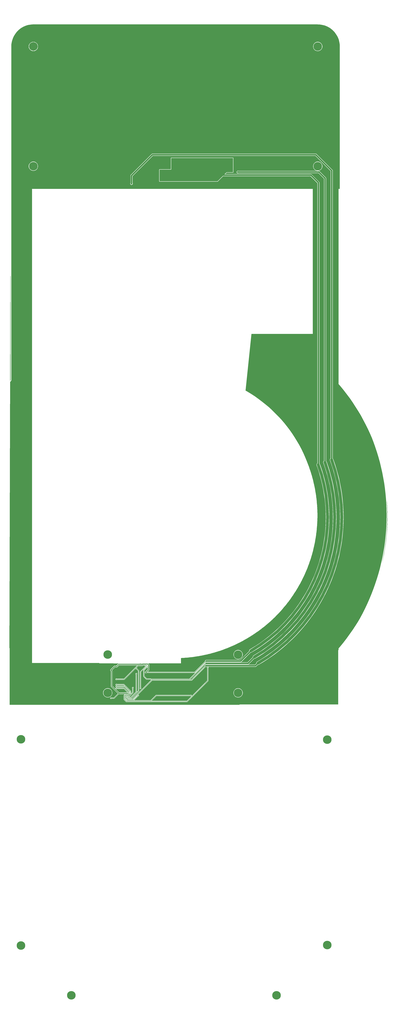
<source format=gbl>
%FSTAX44Y44*%
%MOMM*%
%SFA1B1*%

%IPPOS*%
%ADD11C,0.250000*%
%ADD18C,0.253999*%
%ADD54C,5.999988*%
%ADD57C,1.999996*%
%ADD58C,0.999998*%
%ADD68C,0.599999*%
%ADD69C,1.269997*%
%ADD70C,0.599999*%
%LNpcb1-1*%
%LPD*%
G36*
X-00522794Y04426389D02*
X-00522408Y04426229D01*
X-0052206Y04426373*
X-00521202*
X01474519*
X01475437*
X01475902Y04426181*
X01476922Y04426207*
X01477772Y04426189*
X01488231Y04425778*
X01500327Y04424347*
X01512272Y04421971*
X01523995Y04418664*
X01535422Y04414449*
X01546482Y0440935*
X01557109Y04403399*
X01567236Y04396632*
X01576801Y04389092*
X01585745Y04380824*
X01594013Y0437188*
X01601553Y04362315*
X0160832Y04352188*
X01614271Y04341561*
X0161937Y04330501*
X01623586Y04319074*
X01626892Y04307351*
X01629268Y04295406*
X01630699Y0428331*
X01631128Y0427241*
X01630941Y04271141*
Y0427114*
X01630956Y04271104*
X01631135Y04270929*
Y04269871*
Y03271024*
X01622493*
Y01900509*
X01634272Y01886817*
X01657129Y01858845*
X01679268Y01830301*
X01700676Y01801205*
X01721339Y01771575*
X01741244Y01741431*
X01760377Y01710791*
X01778726Y01679675*
X0179628Y01648104*
X01813028Y01616097*
X01828958Y01583676*
X0184406Y01550862*
X01858324Y01517674*
X01861344Y01510127*
X01867266Y01494738*
X01879916Y01459207*
X01891661Y01423366*
X01902495Y01387239*
X01912411Y0135085*
X01921401Y01314221*
X01929461Y01277376*
X01936585Y01240338*
X01942768Y01203132*
X01948006Y01165782*
X01952297Y0112831*
X01955637Y01090742*
X01958024Y01053102*
X01959457Y01015413*
X01959932Y009779*
X01959893Y00977699*
X01959932Y00977499*
X01959457Y00939986*
X01958024Y00902297*
X01955637Y00864657*
X01952297Y00827088*
X01948006Y00789617*
X01942768Y00752266*
X01936585Y0071506*
X01929461Y00678023*
X01921401Y00641178*
X01912411Y00604549*
X01902495Y00568159*
X01891661Y00532033*
X01879916Y00496192*
X01867266Y0046066*
X0185372Y00425461*
X01839286Y00390615*
X01823975Y00356147*
X01807795Y00322078*
X01790757Y00288429*
X01772873Y00255223*
X01764462Y00240512*
X01760254Y00233379*
X01741116Y00202742*
X01721206Y00172601*
X01700539Y00142974*
X01679126Y00113882*
X01656981Y00085342*
X0163412Y00057373*
X01623137Y00044611*
X01623122Y00044594*
X01622338Y00043684*
Y00043683*
X01622342Y00033744*
X01620462Y00031496*
X01620514Y00031454*
X0162009Y0003082*
X01619892Y00029825*
X01619893Y-00350552*
X00927504*
X00925002Y-00353054*
X-0006775*
Y-00353052*
X-00688725*
Y00043684*
X-00688923Y00044678*
X-00689329Y00045287*
X-00689255Y00045346*
X-00690398Y00046785*
X-00685787Y01914417*
X-00682558Y01918482*
X-00678053Y01923867*
X-00678103Y0192391*
X-0067768Y01924544*
X-00677482Y01925539*
Y03278472*
Y03296039*
Y03299293*
Y03299896*
Y03302709*
Y04275185*
Y04276455*
X-00677473Y04276551*
X-00677289Y04277711*
X-00677255Y04278201*
X-00677046Y04283518*
X-00675615Y04295614*
X-00673239Y04307559*
X-00669932Y04319282*
X-00665717Y04330709*
X-00660618Y04341769*
X-00654667Y04352396*
X-006479Y04362523*
X-00640359Y04372088*
X-00632092Y04381032*
X-00623148Y043893*
X-00613583Y0439684*
X-00603456Y04403606*
X-00592829Y04409558*
X-00581768Y04414657*
X-00570342Y04418873*
X-00558619Y04422179*
X-00546674Y04424555*
X-00534578Y04425986*
X-00530083Y04426163*
X-0052882Y04426181*
X-00528562Y04426287*
X-00527952Y04426373*
X-00526322*
X-00526256Y04426321*
Y04426313*
X-00523675Y04426415*
X-00522818Y0442642*
X-00522794Y04426389*
G37*
G36*
X-00682682Y02657751D02*
Y01926479D01*
X-00684569Y01924224*
X-00685762Y01924659*
X-00683952Y02657753*
X-00682682Y02657751*
G37*
G36*
X0196413Y01062318D02*
X0196596Y01026241D01*
X01966873Y00990129*
X0196687Y00954006*
X01965951Y00917894*
X01964115Y00881818*
X01961365Y008458*
X01957701Y00809863*
X01953127Y0077403*
X01947645Y00738325*
X01941259Y00702771*
X01933973Y00667391*
X01930814Y00653803*
X01929575Y00654082*
X01934581Y00676971*
X0194173Y00714138*
X01947935Y00751475*
X01953192Y00788957*
X01957497Y0082656*
X01960849Y0086426*
X01963245Y00902032*
X01964683Y00939854*
X01965162Y00977699*
X01964683Y01015545*
X01963245Y01053366*
X01961787Y01076352*
X01963054Y0107644*
X0196413Y01062318*
G37*
%LNpcb1-2*%
%LPC*%
G36*
X-00519847Y04303888D02*
X-00521138D01*
Y04272618*
X-00489868*
Y04273909*
X-00490669Y04278968*
X-00492252Y04283839*
X-00494577Y04288403*
X-00497588Y04292546*
X-0050121Y04296168*
X-00505353Y04299179*
X-00509917Y04301504*
X-00514788Y04303087*
X-00519847Y04303888*
G37*
G36*
X-00523678D02*
X-00524969D01*
X-00530028Y04303087*
X-00534899Y04301504*
X-00539463Y04299179*
X-00543606Y04296168*
X-00547228Y04292546*
X-00550239Y04288403*
X-00552564Y04283839*
X-00554147Y04278968*
X-00554948Y04273909*
Y04272618*
X-00523678*
Y04303888*
G37*
G36*
X-00489868Y04270078D02*
X-00521138D01*
Y04238808*
X-00519847*
X-00514788Y04239609*
X-00509917Y04241192*
X-00505353Y04243517*
X-0050121Y04246528*
X-00497588Y04250149*
X-00494577Y04254293*
X-00492252Y04258857*
X-00490669Y04263728*
X-00489868Y04268787*
Y04270078*
G37*
G36*
X-00523678D02*
X-00554948D01*
Y04268787*
X-00554147Y04263728*
X-00552564Y04258857*
X-00550239Y04254293*
X-00547228Y04250149*
X-00543606Y04246528*
X-00539463Y04243517*
X-00534899Y04241192*
X-00530028Y04239609*
X-00524969Y04238808*
X-00523678*
Y04270078*
G37*
G36*
X01478619Y0430364D02*
X01473503D01*
X01468451Y0430284*
X01463585Y04301259*
X01459027Y04298937*
X01454889Y0429593*
X01451271Y04292313*
X01448265Y04288174*
X01445942Y04283616*
X01444361Y04278751*
X01443561Y04273698*
Y04268582*
X01444361Y0426353*
X01445942Y04258664*
X01448265Y04254106*
X01451271Y04249968*
X01454889Y04246351*
X01459027Y04243344*
X01463585Y04241021*
X01468451Y04239441*
X01473503Y0423864*
X01478619*
X01483672Y04239441*
X01488537Y04241021*
X01493095Y04243344*
X01497233Y04246351*
X01500851Y04249968*
X01503858Y04254106*
X0150618Y04258664*
X01507761Y0426353*
X01508561Y04268582*
Y04273698*
X01507761Y04278751*
X0150618Y04283616*
X01503858Y04288174*
X01500851Y04292313*
X01497233Y0429593*
X01493095Y04298937*
X01488537Y04301259*
X01483672Y0430284*
X01478619Y0430364*
G37*
G36*
X-0051985Y0346275D02*
X-00524966D01*
X-00530018Y03461949*
X-00534884Y03460369*
X-00539442Y03458046*
X-0054358Y03455039*
X-00547198Y03451422*
X-00550204Y03447283*
X-00552527Y03442725*
X-00554108Y0343786*
X-00554908Y03432807*
Y03427692*
X-00554108Y03422639*
X-00552527Y03417774*
X-00550204Y03413216*
X-00547198Y03409077*
X-0054358Y0340546*
X-00539442Y03402453*
X-00534884Y03400131*
X-00530018Y0339855*
X-00524966Y0339775*
X-0051985*
X-00514798Y0339855*
X-00509932Y03400131*
X-00505374Y03402453*
X-00501236Y0340546*
X-00497618Y03409077*
X-00494612Y03413216*
X-00492289Y03417774*
X-00490708Y03422639*
X-00489908Y03427692*
Y03432807*
X-00490708Y0343786*
X-00492289Y03442725*
X-00494612Y03447283*
X-00497618Y03451422*
X-00501236Y03455039*
X-00505374Y03458046*
X-00509932Y03460369*
X-00514798Y03461949*
X-0051985Y0346275*
G37*
G36*
X01462598Y03518234D02*
X00314518D01*
X0031256Y03517976*
X00310735Y03517221*
X00309169Y03516019*
X00161951Y03368802*
X00160749Y03367234*
X00159993Y03365409*
X00159735Y03363452*
Y0331274*
X00159053Y03311558*
X0015845Y03309308*
Y03306977*
X00159053Y03304726*
X00160218Y03302709*
X00161866Y03301061*
X00163884Y03299896*
X00166135Y03299293*
X00168465*
X00170716Y03299896*
X00172734Y03301061*
X00174382Y03302709*
X00175547Y03304726*
X0017615Y03306977*
Y03309308*
X00175547Y03311558*
X00174865Y0331274*
Y03360318*
X00317651Y03503105*
X01459464*
X01566588Y03395981*
Y03271024*
Y01378183*
X01564626Y01376677*
X01562622Y01374066*
X01561363Y01371025*
X01560933Y01367762*
X01561341Y01364667*
X01561363Y01364499*
X01561784Y01363483*
X01561974Y01362815*
X0156229Y01362053*
X01572972Y01331321*
X01583212Y01298845*
X01592503Y01266085*
X01600837Y01233069*
X01608207Y01199824*
X01614607Y01166378*
X01620032Y01132761*
X01624476Y01099*
X01627937Y01065125*
X01630411Y01031162*
X01631897Y00997143*
X01632392Y00963094*
X01631897Y00929046*
X01630411Y00895026*
X01627937Y00861064*
X01624476Y00827188*
X01620032Y00793427*
X01614607Y0075981*
X01608207Y00726365*
X01600837Y0069312*
X01592503Y00660103*
X01583212Y00627343*
X01572972Y00594868*
X01561792Y00562703*
X01549681Y00530877*
X0153665Y00499417*
X0152271Y00468349*
X01507871Y004377*
X01492148Y00407495*
X01475552Y00377761*
X01458099Y00348522*
X01439803Y00319802*
X01420679Y00291627*
X01400744Y0026402*
X01380015Y00237005*
X01358508Y00210604*
X01336243Y0018484*
X01313237Y00159734*
X01289512Y00135308*
X01265086Y00111582*
X0123998Y00088577*
X01214215Y00066311*
X01187814Y00044805*
X01160799Y00024075*
X01133192Y0000414*
X01105017Y-00014982*
X01076298Y-00033278*
X01050606Y-00048614*
X01050542Y-00048597*
X01047966Y-00050574*
X01045962Y-00053185*
X01044703Y-00056226*
X01044273Y-00059489*
X01044495Y-00061177*
X01034888Y-00070784*
X00689168*
X0068721Y-00071042*
X00685385Y-00071797*
X00683819Y-00072999*
X00682616Y-00074566*
X00681861Y-00076391*
X00681603Y-00078349*
X00681854Y-00080255*
X00587254Y-00174855*
X00581399*
X00580913Y-00173682*
X00687157Y-00067437*
X00688398Y-0006839*
X00690223Y-00069145*
X0069218Y-00069403*
X00986167*
X00988125Y-00069145*
X00989949Y-0006839*
X00991516Y-00067188*
X01030043Y-00028661*
X0103173Y-00028883*
X01034993Y-00028453*
X01036938Y-00027648*
X01038034Y-00027194*
X01038069Y-00027167*
X01038053Y-00027139*
X01063239Y-00012106*
X01091348Y000058*
X01118924Y00024517*
X01145944Y00044029*
X01172385Y00064318*
X01198225Y00085367*
X01223442Y0010716*
X01248015Y00129676*
X01271922Y00152898*
X01295144Y00176805*
X0131766Y00201377*
X01339452Y00226594*
X01360502Y00252434*
X01380791Y00278875*
X01400302Y00305895*
X0141902Y00333472*
X01436927Y00361581*
X01454009Y00390199*
X01470252Y00419301*
X01485642Y00448864*
X01500165Y00478862*
X01513809Y0050927*
X01526563Y00540061*
X01538417Y00571211*
X01549359Y00602692*
X01559381Y00634478*
X01568474Y00666542*
X01576631Y00698857*
X01583845Y00731395*
X01590109Y0076413*
X01595419Y00797033*
X01599769Y00830076*
X01603156Y00863232*
X01605578Y00896472*
X01607032Y00929769*
X01607516Y00963094*
X01607032Y00996419*
X01605578Y01029716*
X01603156Y01062957*
X01599769Y01096113*
X01595419Y01129157*
X01590109Y01162059*
X01583845Y01194793*
X01576631Y01227332*
X01568474Y01259647*
X01559381Y01291711*
X01549359Y01323497*
X01539082Y01353065*
X01538417Y01354978*
X01538314Y01354941*
X01537475Y01356965*
X01535472Y01359576*
X01534805Y01360088*
Y03271024*
Y03345697*
X01534547Y03347655*
X01533791Y03349479*
X01532589Y03351046*
X01488968Y03394667*
X01487401Y03395869*
X01485577Y03396625*
X01483619Y03396883*
X01481075*
X01480975Y03398153*
X01483672Y0339858*
X01488537Y0340016*
X01493095Y03402483*
X01497233Y0340549*
X01500851Y03409107*
X01503858Y03413246*
X0150618Y03417804*
X01507761Y03422669*
X01508561Y03427722*
Y03432837*
X01507761Y0343789*
X0150618Y03442755*
X01503858Y03447313*
X01500851Y03451452*
X01497233Y03455069*
X01493095Y03458076*
X01488537Y03460398*
X01483672Y03461979*
X01478619Y03462779*
X01473503*
X01468451Y03461979*
X01463585Y03460398*
X01459027Y03458076*
X01454889Y03455069*
X01451271Y03451452*
X01448265Y03447313*
X01445942Y03442755*
X01444361Y0343789*
X01443561Y03432837*
Y03427722*
X01444361Y03422669*
X01445942Y03417804*
X01448265Y03413246*
X01451271Y03409107*
X01454889Y0340549*
X01459027Y03402483*
X01463585Y0340016*
X01468451Y0339858*
X01471148Y03398153*
X01471048Y03396883*
X00919355*
X00918174Y03397565*
X00915924Y03398168*
X00913593*
X00911342Y03397565*
X00909324Y03396399*
X00907676Y03394752*
X00906511Y03392734*
X00905908Y03390483*
Y03388153*
X00906511Y03385902*
X00907676Y03383884*
X00909324Y03382236*
X00911342Y03381071*
X00913593Y03380468*
X00915924*
X00918174Y03381071*
X00919355Y03381753*
X01480486*
X01519675Y03342564*
Y03271024*
Y01361137*
X01517642Y01359576*
X01515638Y01356965*
X01514378Y01353924*
X01513949Y01350661*
X01514356Y01347565*
X01514378Y01347398*
X01514799Y01346382*
X01515062Y01345515*
X01515325Y01344879*
X01525505Y01315593*
X01535307Y01284504*
X01544201Y01253143*
X01552179Y01221537*
X01559235Y01189712*
X01565361Y01157695*
X01570554Y01125514*
X01574809Y01093195*
X01578122Y01060766*
X01580491Y01028255*
X01581913Y00995688*
X01582387Y00963094*
X01581913Y009305*
X01580491Y00897934*
X01578122Y00865422*
X01574809Y00832993*
X01570554Y00800675*
X01565361Y00768493*
X01559235Y00736477*
X01552179Y00704652*
X01544201Y00673046*
X01535307Y00641685*
X01525505Y00610596*
X01514802Y00579805*
X01503209Y00549339*
X01490735Y00519223*
X01477389Y00489482*
X01463185Y00460142*
X01448133Y00431228*
X01432246Y00402764*
X01415539Y00374773*
X01398024Y00347281*
X01379717Y00320309*
X01360634Y00293882*
X0134079Y0026802*
X01320202Y00242747*
X01298887Y00218083*
X01276865Y0019405*
X01254153Y00170667*
X0123077Y00147955*
X01206736Y00125932*
X01182073Y00104618*
X01156799Y0008403*
X01130938Y00064186*
X0110451Y00045102*
X01077539Y00026795*
X01050046Y0000928*
X01025451Y-00005399*
X01025391Y-00005383*
Y-00005384*
X01022815Y-0000736*
X01020812Y-00009971*
X01019552Y-00013012*
X01019122Y-00016275*
X01019344Y-00017963*
X00983033Y-00054274*
X0069218*
X00690223Y-00054532*
X00689344Y-00054896*
X00688624Y-00053819*
X00689801Y-00052642*
X00691708Y-00052893*
X00934312*
X0093627Y-00052635*
X00938094Y-0005188*
X00939661Y-00050678*
X00952317Y-00038022*
X01004892Y00014551*
X01006579Y00014329*
X01009843Y00014758*
X01011762Y00015553*
X01012883Y00016018*
X01012918Y00016045*
X01012868Y00016132*
X01028621Y00025333*
X01056686Y00042883*
X01084208Y00061273*
X01111161Y00080485*
X01137523Y00100503*
X01163267Y00121307*
X01188372Y0014288*
X01212813Y00165201*
X01236569Y0018825*
X01259618Y00212006*
X01281939Y00236448*
X01303512Y00261552*
X01324317Y00287297*
X01344334Y00313658*
X01363547Y00340612*
X01381936Y00368133*
X01399486Y00396198*
X0141618Y0042478*
X01432003Y00453853*
X01446941Y00483391*
X0146098Y00513366*
X01474108Y00543752*
X01486311Y0057452*
X0149758Y00605643*
X01507904Y00637092*
X01517273Y00668838*
X01525678Y00700853*
X01533113Y00733108*
X01539571Y00765572*
X01545045Y00798216*
X01549531Y00831011*
X01553024Y00863926*
X01555521Y00896932*
X0155702Y00929998*
X0155752Y00963094*
X0155702Y00996191*
X01555521Y01029257*
X01553024Y01062262*
X01549531Y01095178*
X01545045Y01127972*
X01539571Y01160617*
X01533113Y01193081*
X01525678Y01225335*
X01517273Y0125735*
X01507904Y01289097*
X0149758Y01320546*
X01491323Y01337826*
X01491329Y0133784*
X01490491Y01339864*
X01488487Y01342475*
X01488156Y0134273*
Y03271024*
Y03315114*
X01487898Y03317072*
X01487142Y03318897*
X0148594Y03320463*
X01433895Y03372508*
X01432329Y03373711*
X01430504Y03374466*
X01428546Y03374724*
X00826726*
X0082624Y03375897*
X00835933Y0338559*
X00880938*
X00881913Y03385785*
X0088274Y03386337*
X00883293Y03387164*
X00883487Y03388139*
Y03477649*
Y03487643*
X00883293Y03488619*
X0088274Y03489446*
X00881913Y03489998*
X00880938Y03490192*
X00446506*
X0044553Y03489998*
X00444703Y03489446*
X00444151Y03488619*
X00443957Y03487643*
Y03408971*
X00364393*
X00363418Y03408777*
X00362591Y03408224*
X00362038Y03407397*
X00361844Y03406422*
Y03324309*
X00362038Y03323334*
X00362591Y03322507*
X00363418Y03321955*
X00364393Y0332176*
X00771048*
X00772023Y03321955*
X0077285Y03322507*
X00809938Y03359595*
X01425413*
X01473026Y03311981*
Y03271024*
Y01344293*
X01470657Y01342475*
X01468653Y01339864*
X01467394Y01336823*
X01466964Y0133356*
X01467376Y01330431*
X01467394Y01330297*
X01467708Y01329242*
X01473825Y01312348*
X01483912Y0128162*
X01493066Y01250602*
X01501279Y01219321*
X01508543Y01187807*
X01514853Y01156087*
X01520201Y01124191*
X01524584Y01092149*
X01527997Y01059988*
X01530437Y01027739*
X01531902Y00995432*
X0153239Y00963094*
X01531902Y00930757*
X01530437Y00898449*
X01527997Y008662*
X01524584Y0083404*
X01520201Y00801997*
X01514853Y00770101*
X01508543Y00738382*
X01501279Y00706867*
X01493066Y00675586*
X01483912Y00644568*
X01473825Y0061384*
X01462814Y00583431*
X01450891Y00553368*
X01438064Y0052368*
X01424347Y00494392*
X01409752Y00465531*
X01394292Y00437125*
X0137798Y00409199*
X01360833Y00381778*
X01342865Y00354887*
X01324094Y00328552*
X01304535Y00302795*
X01284208Y00277641*
X01263129Y00253112*
X0124132Y00229231*
X012188Y0020602*
X01195588Y00183499*
X01171708Y0016169*
X01147179Y00140612*
X01122025Y00120284*
X01096268Y00100726*
X01069932Y00081954*
X01043042Y00063986*
X01015621Y00046839*
X01000228Y00037849*
X0100024Y00037828*
X00997664Y00035852*
X00995661Y00033241*
X00994401Y000302*
X00993971Y00026937*
X00994194Y00025249*
X00931179Y-00037764*
X00691708*
X0068975Y-00038022*
X00687925Y-00038777*
X00686358Y-00039979*
X00685156Y-00041546*
X00684401Y-00043371*
X00684143Y-00045329*
X00684394Y-00047235*
X00609814Y-00121815*
X00280721*
X00280235Y-00120642*
X00289791Y-00111086*
X00291006Y-00109267*
X00291433Y-00107121*
Y-00071439*
X00291006Y-00069293*
X00289791Y-00067473*
X00285426Y-00063109*
X00285952Y-00061839*
X00515178*
Y-00023977*
X00516597Y-00023934*
X00516636Y-00023925*
X00516674Y-00023931*
X00525026Y-00023425*
X00534177Y-00022994*
X00540875Y-00022467*
X00546829Y-00022107*
X00546866Y-00022096*
X00546905Y-00022101*
X00555833Y-00021289*
X00565579Y-00020522*
X00571652Y-00019852*
X00576991Y-00019367*
X00577029Y-00019356*
X00577068Y-00019359*
X00586558Y-00018206*
X00596887Y-00017066*
X00602334Y-00016291*
X00607057Y-00015717*
X00607095Y-00015705*
X00607134Y-00015707*
X00617174Y-00014179*
X00628072Y-00012628*
X0063289Y-00011787*
X00637Y-00011161*
X00637037Y-00011148*
X00637076*
X00647646Y-00009211*
X00659101Y-00007212*
X00663297Y-00006343*
X00666791Y-00005703*
X00666827Y-00005688*
X00666866*
X00677946Y-0000331*
X00689945Y-00000825*
X0069352Y00000032*
X00696403Y00000651*
X00696439Y00000666*
X00696478Y00000668*
X00708041Y00003518*
X00720574Y00006527*
X00723534Y00007336*
X0072581Y00007897*
X00725846Y00007914*
X00725885Y00007917*
X00737898Y00011266*
X00750956Y00014838*
X00753308Y00015562*
X00754985Y00016029*
X0075502Y00016047*
X00755059Y00016051*
X00767479Y00019921*
X00781062Y000241*
X00782816Y00024701*
X00783901Y00025039*
X00783935Y00025057*
X00783974Y00025063*
X00796713Y00029459*
X00808782Y00033591*
X00810862Y00034303*
X00812028Y00034744*
X00812532Y00034917*
X00812566Y00034937*
X00812604Y00034944*
X00825381Y00039789*
X00840328Y00045437*
X00869428Y00057491*
X00883991Y00064066*
X00896452Y00069674*
X00896484Y00069697*
X00896522Y00069707*
X00897001Y0006994*
X00898137Y00070453*
X00911569Y00077033*
X00923683Y00082932*
X00923714Y00082956*
X00923752Y00082967*
X00924758Y00083495*
X00926423Y00084311*
X00938984Y00090961*
X00950501Y00097006*
X00950532Y00097031*
X00950569Y00097043*
X00952085Y00097898*
X0095426Y0009905*
X00966019Y00105756*
X00976882Y00111884*
X00976912Y00111909*
X00976949Y00111922*
X00978955Y00113135*
X00981621Y00114656*
X00992612Y00121391*
X01002802Y00127551*
X01002831Y00127577*
X01002867Y00127592*
X01005343Y00129193*
X01008478Y00131114*
X01018721Y00137843*
X01028236Y00143994*
X01028265Y00144022*
X010283Y00144037*
X01031224Y00146055*
X01034805Y00148407*
X01044321Y00155095*
X01053163Y00161198*
X0105319Y00161226*
X01053225Y00161243*
X01056572Y00163705*
X01060577Y00166519*
X0106938Y0017313*
X01077558Y00179147*
X01077584Y00179176*
X01077619Y00179194*
X01081365Y00182128*
X01085765Y00185432*
X01093874Y00191929*
X011014Y00197825*
X01101425Y00197855*
X0110146Y00197873*
X01105578Y00201305*
X01110347Y00205126*
X01117781Y00211475*
X01124667Y00217214*
X01124692Y00217245*
X01124725Y00217264*
X01129189Y00221218*
X01134299Y00225583*
X01141076Y0023175*
X01147338Y00237297*
X01147362Y00237328*
X01147395Y00237349*
X01152176Y00241849*
X01157596Y00246782*
X01163736Y00252732*
X01169392Y00258056*
X01169416Y00258088*
X01169447Y00258109*
X01174515Y00263177*
X01180216Y00268702*
X01185742Y00274404*
X01190809Y00279471*
X01190831Y00279504*
X01190862Y00279527*
X01196186Y00285181*
X01202136Y00291322*
X01207069Y00296743*
X01211569Y00301523*
X0121159Y00301557*
X01211621Y0030158*
X01217168Y00307842*
X01223335Y00314619*
X012277Y00319729*
X01231654Y00324193*
X01231674Y00324226*
X01231704Y00324251*
X01237442Y00331137*
X01243792Y00338571*
X01247613Y0034334*
X01251045Y00347458*
X01251064Y00347493*
X01251093Y00347518*
X01256989Y00355044*
X01263486Y00363154*
X0126679Y00367553*
X01269724Y00371299*
X01269742Y00371334*
X01269771Y0037136*
X01275787Y00379537*
X01282399Y00388343*
X01285213Y00392347*
X01287675Y00395693*
X01287692Y00395728*
X0128772Y00395755*
X01293823Y00404597*
X01300511Y00414113*
X01302864Y00417695*
X01304881Y00420618*
X01304896Y00420654*
X01304925Y00420682*
X01311076Y00430197*
X01317804Y0044044*
X01319725Y00443575*
X01321326Y00446051*
X01321341Y00446087*
X01321367Y00446116*
X01327527Y00456306*
X01334262Y00467297*
X01335783Y00469963*
X01336996Y00471969*
X01337009Y00472006*
X01337035Y00472036*
X01343161Y00482898*
X01349868Y00494658*
X0135102Y00496833*
X01351875Y00498349*
X01351888Y00498386*
X01351912Y00498417*
X01357956Y00509933*
X01364608Y00522495*
X01365423Y00524161*
X01365951Y00525167*
X01365962Y00525204*
X01365986Y00525235*
X01371884Y00537348*
X01378465Y00550782*
X01378978Y00551918*
X01379211Y00552396*
X01379221Y00552434*
X01379244Y00552466*
X01384848Y00564918*
X01391427Y0057949*
X01403481Y00608591*
X01409135Y00623552*
X01413975Y00636314*
X01413981Y00636353*
X01414001Y00636386*
X01414174Y00636889*
X01414615Y00638056*
X01419461Y0065221*
X01423855Y00664944*
X01423861Y00664983*
X01423879Y00665017*
X01424217Y00666102*
X01424818Y00667856*
X01428998Y00681442*
X01432867Y00693859*
X01432871Y00693898*
X01432889Y00693933*
X01433356Y0069561*
X0143408Y00697962*
X01437653Y00711024*
X01441001Y00723033*
X01441004Y00723072*
X01441021Y00723108*
X01441581Y00725383*
X01442392Y00728345*
X01445401Y0074088*
X0144825Y0075244*
X01448252Y00752479*
X01448268Y00752515*
X01448886Y00755397*
X01449745Y00758973*
X0145223Y00770974*
X01454608Y00782052*
X01454609Y00782091*
X01454623Y00782127*
X01455263Y0078562*
X01456132Y00789817*
X01458132Y00801274*
X01460069Y00811842*
X01460068Y00811881*
X01460081Y00811918*
X01460707Y00816027*
X01461548Y00820847*
X01463099Y00831745*
X01464627Y00841784*
X01464625Y00841823*
X01464637Y00841861*
X01465211Y00846583*
X01465986Y00852031*
X01467127Y00862362*
X01468279Y0087185*
X01468276Y00871889*
X01468287Y00871927*
X01468772Y00877265*
X01469443Y0088334*
X0147021Y00893087*
X01471021Y00902013*
X01471017Y00902052*
X01471027Y0090209*
X01471387Y00908042*
X01471914Y00914741*
X01472346Y00923894*
X01472851Y00932244*
X01472845Y00932283*
X01472854Y00932321*
X01473052Y00938883*
X01473398Y00946205*
X01473532Y00954755*
X01473767Y00962517*
X0147376Y00962556*
X01473768Y00962594*
Y00969761*
X01473892Y00977699*
X01473768Y00985638*
Y00992804*
X0147376Y00992843*
X01473767Y00992881*
X01473532Y01000644*
X01473398Y01009194*
X01473052Y01016516*
X01472854Y01023078*
X01472845Y01023116*
X01472851Y01023154*
X01472346Y01031505*
X01471914Y01040658*
X01471387Y01047357*
X01471027Y01053309*
X01471017Y01053347*
X01471021Y01053386*
X0147021Y01062312*
X01469443Y01072059*
X01468772Y01078134*
X01468287Y01083472*
X01468276Y0108351*
X01468279Y01083548*
X01467127Y01093036*
X01465986Y01103368*
X01465211Y01108816*
X01464637Y01113538*
X01464625Y01113575*
X01464627Y01113614*
X01463099Y01123652*
X01461548Y01134552*
X01460707Y01139372*
X01460081Y0114348*
X01460068Y01143517*
X01460069Y01143556*
X01458132Y01154124*
X01456132Y01165582*
X01455263Y01169779*
X01454623Y01173271*
X01454609Y01173308*
X01454608Y01173347*
X0145223Y01184424*
X01449745Y01196426*
X01448886Y01200002*
X01448268Y01202884*
X01448252Y0120292*
X0144825Y01202959*
X01445401Y01214518*
X01442392Y01227054*
X01441581Y01230016*
X01441021Y01232291*
X01441004Y01232327*
X01441001Y01232366*
X01437654Y01244374*
X0143408Y01257436*
X01433356Y0125979*
X01432889Y01261466*
X01432871Y01261501*
X01432867Y0126154*
X01428999Y01273954*
X01424818Y01287543*
X01424217Y01289298*
X01423879Y01290382*
X01423861Y01290416*
X01423855Y01290455*
X01419463Y01303184*
X01414615Y01317343*
X01414174Y0131851*
X01414001Y01319012*
X01413981Y01319046*
X01413975Y01319085*
X01413674Y01319877*
X01410084Y01330309*
X01399046Y01359388*
X01387101Y01388106*
X01374262Y01416436*
X01360541Y01444349*
X01345952Y01471818*
X01330508Y01498817*
X01314225Y01525317*
X0129712Y01551295*
X01279208Y01576723*
X01260508Y01601577*
X01241038Y01625832*
X01220817Y01649465*
X01199865Y01672453*
X01178202Y01694772*
X01155851Y01716401*
X01132832Y01737318*
X01109168Y01757504*
X01084883Y01776937*
X01060001Y017956*
X01034546Y01813473*
X01008543Y01830539*
X00982018Y01846782*
X00968568Y01854589*
X01010478Y02252099*
X01441008*
Y03271024*
X-005313*
Y00993762*
X-00531327Y00992881*
X-0053132Y00992843*
X-00531328Y00992804*
Y00985638*
X-00531453Y00977699*
X-00531328Y00969761*
Y00962594*
X-0053132Y00962556*
X-00531327Y00962517*
X-005313Y00961636*
Y-00059299*
X-0005886*
Y-00061839*
X0004114*
X00041552Y-00062114*
X00042527Y-00062308*
X00222527*
X00223503Y-00062114*
X00223914Y-00061839*
X00238751*
X00239277Y-00063109*
X00237265Y-00065121*
X00075418*
X00073272Y-00065548*
X00071452Y-00066763*
X00059465Y-00078751*
X00048056*
X0004591Y-00079178*
X00044091Y-00080393*
X00019347Y-00105137*
X0001904Y-00105596*
X0001865Y-00105987*
X00018438Y-00106497*
X00018131Y-00106956*
X00018024Y-00107498*
X00017812Y-00108008*
Y-0010856*
X00017705Y-00109102*
X00017812Y-00109644*
Y-00110196*
X00018024Y-00110706*
X00018131Y-00111248*
X00018438Y-00111707*
X0001865Y-00112218*
X0001904Y-00112608*
X00019347Y-00113067*
X00022853Y-00116573*
Y-00175668*
Y-00222366*
X0002296Y-00222908*
Y-0022346*
X00023172Y-00223971*
X0002328Y-00224512*
X00023587Y-00224971*
X00023798Y-00225482*
X00024188Y-00225872*
X00024495Y-00226331*
X00071669Y-00273506*
X00043435Y-00301739*
X00026209*
X0002537Y-003009*
X00023348Y-00300063*
X0002116*
X00019139Y-003009*
X00017592Y-00302447*
X00016754Y-00304469*
Y-00306657*
X00017592Y-00308678*
X00019139Y-00310225*
X0002116Y-00311063*
X00023348*
X0002537Y-00310225*
X00026209Y-00309386*
X00045019*
X00046482Y-00309095*
X00047723Y-00308266*
X00078171Y-00277818*
X00078338Y-00277852*
X00118364*
X0011889Y-00279122*
X00113694Y-00284317*
X00112865Y-00285558*
X00112574Y-00287021*
Y-00314841*
X00112865Y-00316304*
X00113694Y-00317545*
X00127911Y-00331762*
X00129152Y-00332591*
X00130615Y-00332882*
X00557878*
X00559341Y-00332591*
X00560581Y-00331762*
X00705841Y-00186502*
X0070667Y-00185262*
X00706961Y-00183799*
Y-00093423*
X007078Y-00092584*
X00708638Y-00090563*
Y-00088375*
X00708144Y-00087183*
X00708993Y-00085913*
X01038022*
X01039979Y-00085655*
X01041804Y-000849*
X01043371Y-00083698*
X01055193Y-00071875*
X01056881Y-00072097*
X01060144Y-00071667*
X0106209Y-00070861*
X01063185Y-00070408*
X0106322Y-00070381*
X01063206Y-00070356*
X0108949Y-00054666*
X01118826Y-00035977*
X01147606Y-00016443*
X01175805Y00003918*
X01203401Y00025093*
X01230368Y00047061*
X01256686Y00069804*
X01282331Y00093303*
X01307281Y00117539*
X01331516Y00142489*
X01355015Y00168134*
X01377758Y00194451*
X01399727Y00221419*
X01420901Y00249014*
X01441264Y00277214*
X01460799Y00305993*
X01479488Y00335329*
X01497315Y00365196*
X01514267Y00395569*
X01530328Y00426422*
X01545485Y00457729*
X01559725Y00489463*
X01573036Y00521599*
X01585406Y00554108*
X01596826Y00586963*
X01607286Y00620136*
X01616776Y00653599*
X01625289Y00687325*
X01632817Y00721283*
X01639355Y00755446*
X01644896Y00789785*
X01649436Y00824271*
X01652971Y00858874*
X01655499Y00893565*
X01657016Y00928315*
X01657522Y00963094*
X01657016Y00997874*
X01655499Y01032624*
X01652971Y01067315*
X01649436Y01101918*
X01644896Y01136403*
X01639355Y01170742*
X01632817Y01204905*
X01625289Y01238864*
X01616776Y01272589*
X01607286Y01306052*
X01596826Y01339226*
X01586001Y01370371*
X01585406Y01372081*
X01585299Y01372042*
X0158446Y01374066*
X01582456Y01376677*
X01581717Y01377244*
Y03271024*
Y03399114*
X0158146Y03401072*
X01580704Y03402897*
X01579502Y03404463*
X01467947Y03516019*
X0146638Y03517221*
X01464555Y03517976*
X01462598Y03518234*
G37*
G36*
X00919055Y00032254D02*
X0091394D01*
X00908887Y00031454*
X00904022Y00029873*
X00899464Y00027551*
X00895325Y00024544*
X00891708Y00020927*
X00888701Y00016788*
X00886379Y0001223*
X00884798Y00007366*
X00883998Y00002312*
Y-00002802*
X00884798Y-00007854*
X00886379Y-00012719*
X00888701Y-00017277*
X00891708Y-00021416*
X00895325Y-00025033*
X00899464Y-0002804*
X00904022Y-00030363*
X00908887Y-00031943*
X0091394Y-00032744*
X00919055*
X00924108Y-00031943*
X00928973Y-00030363*
X00933531Y-0002804*
X0093767Y-00025033*
X00941287Y-00021416*
X00944294Y-00017277*
X00946617Y-00012719*
X00948197Y-00007854*
X00948998Y-00002802*
Y00002312*
X00948197Y00007366*
X00946617Y0001223*
X00944294Y00016788*
X00941287Y00020927*
X0093767Y00024544*
X00933531Y00027551*
X00928973Y00029873*
X00924108Y00031454*
X00919055Y00032254*
G37*
G36*
X00002557Y-00236104D02*
X-00002557D01*
X-00007609Y-00236904*
X-00012475Y-00238485*
X-00017033Y-00240807*
X-00021171Y-00243814*
X-00024789Y-00247431*
X-00027795Y-0025157*
X-00030118Y-00256128*
X-00031699Y-00260993*
X-00032499Y-00266046*
Y-00271162*
X-00031699Y-00276214*
X-00030118Y-00281079*
X-00027795Y-00285638*
X-00024789Y-00289776*
X-00021171Y-00293394*
X-00017033Y-002964*
X-00012475Y-00298723*
X-00007609Y-00300304*
X-00002557Y-00301104*
X00002557*
X00007609Y-00300304*
X00012475Y-00298723*
X00017033Y-002964*
X00021171Y-00293394*
X00024789Y-00289776*
X00027795Y-00285638*
X00030118Y-00281079*
X00031699Y-00276214*
X00032499Y-00271162*
Y-00266046*
X00031699Y-00260993*
X00030118Y-00256128*
X00027795Y-0025157*
X00024789Y-00247431*
X00021171Y-00243814*
X00017033Y-00240807*
X00012475Y-00238485*
X00007609Y-00236904*
X00002557Y-00236104*
G37*
G36*
X00919055Y-00236349D02*
X0091394D01*
X00908887Y-00237149*
X00904022Y-0023873*
X00899464Y-00241052*
X00895325Y-00244059*
X00891708Y-00247676*
X00888701Y-00251815*
X00886379Y-00256373*
X00884798Y-00261239*
X00883998Y-00266291*
Y-00271406*
X00884798Y-00276459*
X00886379Y-00281324*
X00888701Y-00285882*
X00891708Y-00290021*
X00895325Y-00293638*
X00899464Y-00296645*
X00904022Y-00298968*
X00908887Y-00300548*
X0091394Y-00301349*
X00919055*
X00924108Y-00300548*
X00928973Y-00298968*
X00933531Y-00296645*
X0093767Y-00293638*
X00941287Y-00290021*
X00944294Y-00285882*
X00946617Y-00281324*
X00948197Y-00276459*
X00948998Y-00271406*
Y-00266291*
X00948197Y-00261239*
X00946617Y-00256373*
X00944294Y-00251815*
X00941287Y-00247676*
X0093767Y-00244059*
X00933531Y-00241052*
X00928973Y-0023873*
X00924108Y-00237149*
X00919055Y-00236349*
G37*
%LNpcb1-3*%
%LPD*%
G36*
X00880938Y03477649D02*
Y03388139D01*
X00834878*
X00771048Y03324309*
X00364393*
Y03406422*
X00446506*
Y03487643*
X00880938*
Y03477649*
G37*
G36*
X00262129Y-00077738D02*
X00261808Y-00078515D01*
Y-00080703*
X00262645Y-00082724*
X00262814Y-00082894*
Y-00084085*
X00228327Y-00118572*
X00227498Y-00119812*
X00227207Y-00121276*
Y-00232804*
X00226368Y-00233643*
X00225531Y-00235665*
Y-00237853*
X00226368Y-00239874*
X00227915Y-00241421*
X00229937Y-00242259*
X00232125*
X00234146Y-00241421*
X00235693Y-00239874*
X00236531Y-00237853*
Y-00235665*
X00235693Y-00233643*
X00234854Y-00232804*
Y-00122859*
X00250065Y-00107648*
X00250782Y-00107881*
X00251235Y-00108274*
X00251037Y-0010927*
Y-00153332*
X0025133Y-00154803*
X00252163Y-0015605*
X0027116Y-00175047*
X00272407Y-0017588*
X00273878Y-00176172*
X00302379*
X00302604Y-00176397*
X00303851Y-0017723*
X0030472Y-00177403*
X0030517Y-00178749*
X00173724Y-00310195*
X00172311*
X00172108Y-00310155*
X00168949*
X00168423Y-00308885*
X00220231Y-00257077*
X0022106Y-00255836*
X00221351Y-00254373*
Y-00113099*
X0022106Y-00111635*
X00220231Y-00110395*
X00206988Y-00097151*
Y-00095965*
X0020615Y-00093943*
X00204603Y-00092396*
X00203827Y-00092075*
X00203579Y-00090829*
X00213066Y-00081342*
X00242392*
X00243863Y-0008105*
X0024511Y-00080217*
X00248644Y-00076682*
X00261424*
X00262129Y-00077738*
G37*
G36*
X00279695Y-00090796D02*
X00280218Y-00091119D01*
Y-00104798*
X00263342Y-00121673*
X00263035Y-00122133*
X00262645Y-00122523*
X00262434Y-00123033*
X00262128Y-00123493*
X00262019Y-00124034*
X00261808Y-00124545*
Y-00125097*
X002617Y-00125639*
X00261808Y-0012618*
Y-00126733*
X00262019Y-00127243*
X00262128Y-00127785*
X00262434Y-00128244*
X00262645Y-00128754*
X00263035Y-00129145*
X00263342Y-00129604*
X00263802Y-00129911*
X00264192Y-00130302*
X00264702Y-00130513*
X00265162Y-0013082*
X00265703Y-00130927*
X00266214Y-00131139*
X00266766*
X00267308Y-00131246*
X00267849Y-00131139*
X00268402*
X00268912Y-00130927*
X00269454Y-0013082*
X00269913Y-00130513*
X00270423Y-00130302*
X00270814Y-00129911*
X00271273Y-00129604*
X00271415Y-00129462*
X00611398*
X00612801Y-00129183*
X00612882Y-00129237*
X00613481Y-00130299*
X00573925Y-00169855*
X00306934*
X0030669Y-00169611*
X00305442Y-00168777*
X00303971Y-00168485*
X0027547*
X00258725Y-0015174*
Y-00110863*
X00278947Y-0009064*
X00279695Y-00090796*
G37*
G36*
X00206026Y-0007751D02*
X00114121Y-00169415D01*
X00064965*
X00064146Y-00168596*
X00062125Y-00167759*
X00059937*
X00057915Y-00168596*
X00056368Y-00170143*
X00055531Y-00172165*
Y-00174353*
X00056368Y-00176374*
X00057915Y-00177921*
X00059937Y-00178759*
X00062125*
X00064146Y-00177921*
X00064965Y-00177103*
X00115713*
X00117184Y-0017681*
X00118431Y-00175977*
X00195258Y-0009915*
X00196503Y-00099398*
X00196825Y-00100174*
X00198372Y-00101721*
X00200394Y-00102559*
X0020158*
X00213704Y-00114682*
Y-0025279*
X00206484Y-00260009*
X00205311Y-00259523*
Y-00139113*
X0020615Y-00138274*
X00206988Y-00136253*
Y-00134065*
X0020615Y-00132043*
X00204603Y-00130496*
X00202582Y-00129659*
X00200394*
X00198372Y-00130496*
X00196825Y-00132043*
X00195988Y-00134065*
Y-00136253*
X00196825Y-00138274*
X00197664Y-00139113*
Y-00261702*
X00166126Y-0029324*
X00166069Y-00293326*
X00161396Y-00297998*
X00154547*
X00153387Y-00297222*
X00153028Y-00297151*
X00152964Y-00296996*
X00152198Y-0029623*
X00152215Y-0029606*
X00179696Y-00268579*
X00180529Y-00267332*
X00180821Y-00265861*
Y-00264305*
X00180801Y-00264202*
Y-0023721*
X0018164Y-00236371*
X00182478Y-0023435*
Y-00232162*
X0018164Y-0023014*
X00180093Y-00228593*
X00178072Y-00227756*
X00175884*
X00173863Y-00228593*
X00172315Y-0023014*
X00171478Y-00232162*
Y-0023435*
X00172315Y-00236371*
X00173154Y-0023721*
Y-00264202*
X00173143Y-00264259*
X00165903Y-00271499*
X0016473Y-00271013*
Y-00257246*
X00164439Y-00255783*
X0016361Y-00254543*
X00117722Y-00208655*
X00116482Y-00207826*
X00115019Y-00207535*
X00064985*
X00064146Y-00206696*
X00062125Y-00205859*
X00059937*
X00057915Y-00206696*
X00056368Y-00208243*
X00055531Y-00210265*
Y-00212453*
X00056368Y-00214474*
X00057915Y-00216021*
X00059937Y-00216859*
X00062125*
X00064146Y-00216021*
X00064985Y-00215182*
X00113435*
X00117315Y-00219062*
X00116829Y-00220235*
X00064985*
X00064146Y-00219396*
X00062125Y-00218559*
X00059937*
X00057915Y-00219396*
X00056368Y-00220943*
X00055531Y-00222965*
Y-00225153*
X00056368Y-00227174*
X00057915Y-00228721*
X00059937Y-00229559*
X00062125*
X00064146Y-00228721*
X00064985Y-00227882*
X00118206*
X00149404Y-0025908*
Y-0026373*
X00148231Y-00264216*
X0011807Y-00234055*
X00116829Y-00233226*
X00115366Y-00232935*
X00064985*
X00064146Y-00232096*
X00062125Y-00231259*
X00059937*
X00057915Y-00232096*
X00056368Y-00233643*
X00055531Y-00235665*
Y-00237853*
X00056368Y-00239874*
X00057915Y-00241421*
X00059937Y-00242259*
X00062125*
X00064146Y-00241421*
X00064985Y-00240582*
X00113783*
X00137843Y-00264643*
X00137357Y-00265816*
X00119724*
X00117578Y-00266243*
X0011699Y-00266636*
X00080661*
X00034068Y-00220043*
Y-00175668*
Y-0011425*
X00033641Y-00112104*
X00032426Y-00110285*
X00031243Y-00109102*
X00050379Y-00089966*
X00061788*
X00062329Y-00089859*
X00062882*
X00063392Y-00089647*
X00063934Y-0008954*
X00064393Y-00089233*
X00064903Y-00089021*
X00065294Y-00088631*
X00065753Y-00088324*
X0007774Y-00076336*
X0020554*
X00206026Y-0007751*
G37*
G36*
X00689168Y-00085913D02*
X00697282D01*
X00698131Y-00087183*
X00697638Y-00088375*
Y-00090563*
X00698475Y-00092584*
X00699314Y-00093423*
Y-00182215*
X00556294Y-00325235*
X00309648*
X00309162Y-00324062*
X00342521Y-00290703*
X005806*
X00581439Y-00291541*
X00583461Y-00292379*
X00585649*
X0058767Y-00291541*
X00589217Y-00289994*
X00590055Y-00287973*
Y-00285785*
X00589217Y-00283763*
X0058767Y-00282216*
X00585649Y-00281379*
X00583461*
X00581439Y-00282216*
X005806Y-00283055*
X00340938*
X00339474Y-00283346*
X00338234Y-00284175*
X00302174Y-00320235*
X00187502*
X00187016Y-00319062*
X00213424Y-00292654*
X00214611*
X00216632Y-00291816*
X0021818Y-00290269*
X00219017Y-00288248*
Y-0028606*
X0021818Y-00284038*
X00216632Y-00282491*
X00214798Y-00281731*
X00214253Y-0028048*
X00312231Y-00182502*
X00588838*
X00590301Y-00182211*
X00591541Y-00181382*
X00687261Y-00085662*
X00689168Y-00085913*
G37*
G54D11*
X00231031Y-00121276D02*
X00266638Y-00085668D01*
Y-00080278*
X00267308Y-00079609*
X00130615Y-00329059D02*
X00557878D01*
X00116398Y-00314841D02*
Y-00287021D01*
Y-00314841D02*
X00130615Y-00329059D01*
X00135265Y-00324059D02*
X00303758D01*
X00121398Y-00310192D02*
Y-00289092D01*
Y-00310192D02*
X00135265Y-00324059D01*
X00116398Y-00287021D02*
X00125224Y-00278194D01*
X00121398Y-00289092D02*
X00127255Y-00283234D01*
X00172108Y-00313999D02*
X00172128Y-00314019D01*
X00175308*
X00181632Y-00319039D02*
X00213517Y-00287154D01*
X00178412Y-00319039D02*
X00181632D01*
X00175308Y-00314019D02*
X00310648Y-00178679D01*
X00303758Y-00324059D02*
X00340938Y-00286879D01*
X00611398Y-00125639D02*
X00691708Y-00045329D01*
X00267308Y-00125639D02*
X00611398D01*
X00127255Y-00283234D02*
X00145349D01*
X00125224Y-00278194D02*
X00143262D01*
X00147227Y-00274228*
X00145349Y-00283234D02*
X00153228Y-00275355D01*
X00147227Y-00274228D02*
Y-0026862D01*
X00164832Y-00307069D02*
X00217528Y-00254373D01*
X00305321Y-00173679D02*
X00575509D01*
X00217528Y-00254373D02*
Y-00113099D01*
X00168829Y-00295972D02*
Y-00295944D01*
X00163736Y-00301065D02*
X00168829Y-00295972D01*
Y-00295944D02*
X00201488Y-00263285D01*
Y-00135159*
X00310648Y-00178679D02*
X00588838D01*
X00687349Y-00061839D02*
X0069218D01*
X00575509Y-00173679D02*
X00687349Y-00061839D01*
X00231031Y-00236759D02*
Y-00121276D01*
X00588838Y-00178679D02*
X00689168Y-00078349D01*
X00153228Y-00275355D02*
Y-00257497D01*
X00115366Y-00236759D02*
X00147227Y-0026862D01*
X0011979Y-00224059D02*
X00153228Y-00257497D01*
X00061031Y-00236759D02*
X00115366D01*
X01056881Y-00059489D02*
D01*
X00703138Y-00183799D02*
Y-00089469D01*
X01006579Y00026937D02*
D01*
X00045019Y-00305563D02*
X00078338Y-00272244D01*
X00022254Y-00305563D02*
X00045019D01*
X00557878Y-00329059D02*
X00703138Y-00183799D01*
X00176978Y-00264305D02*
Y-00233256D01*
X00115019Y-00211359D02*
X00160906Y-00257246D01*
Y-00274804D02*
Y-00257246D01*
X00061031Y-00211359D02*
X00115019D01*
X00061031Y-00224059D02*
X0011979D01*
X00340938Y-00286879D02*
X00584555D01*
X00201488Y-00097059D02*
X00217528Y-00113099D01*
G54D18*
X00273878Y-00172329D02*
X00303971D01*
X00305321Y-00173679*
X00254881Y-00153332D02*
X00273878Y-00172329D01*
X00254881Y-00153332D02*
Y-0010927D01*
X00276418Y-00087734*
X00247052Y-00072839D02*
X00270112D01*
X00211473Y-00077499D02*
X00242392D01*
X00270112Y-00072839D02*
X00276418Y-00079144D01*
X00061031Y-00173259D02*
X00115713D01*
X00242392Y-00077499D02*
X00247052Y-00072839D01*
X00115713Y-00173259D02*
X00211473Y-00077499D01*
X00276418Y-00087734D02*
Y-00079144D01*
X00126418Y-00305689D02*
Y-00291171D01*
Y-00305689D02*
X00139768Y-00319039D01*
X00141856Y-00313999D02*
X00172108D01*
X00131458Y-003036D02*
X00141856Y-00313999D01*
X00139806Y-00302374D02*
X00144501Y-00307069D01*
X00131458Y-003036D02*
Y-00295191D01*
X00139768Y-00319039D02*
X00178412D01*
X00152984Y-00301842D02*
X0016296D01*
X00151916Y-00300774D02*
X00152984Y-00301842D01*
X00148301Y-00300112D02*
X00148963Y-00300774D01*
X00151916*
X00126418Y-00291171D02*
X00129335Y-00288254D01*
X00131458Y-00295191D02*
X00133307Y-00293342D01*
X00149496D02*
X00176978Y-00265861D01*
X00133307Y-00293342D02*
X00149496D01*
X00147457Y-00288254D02*
X00160906Y-00274804D01*
X00129335Y-00288254D02*
X00147457D01*
X00144501Y-00307069D02*
X00164832D01*
X0016296Y-00301842D02*
X00163736Y-00301065D01*
X00176978Y-00265861D02*
Y-00264305D01*
G54D54*
X0Y0D03*
X00916498Y-00000244D03*
X0Y-00268605D03*
X00916498Y-00268849D03*
X01542756Y-00597248D03*
X01542741Y-02040366D03*
X01186482Y-02393422D03*
X-0025603Y-02393476D03*
X-00609798Y-02043232D03*
X-0060971Y-00595249D03*
X01476061Y03430279D03*
X-00522408Y0343025D03*
X01476061Y0427114D03*
X-00522408Y04271348D03*
G54D57*
X01574153Y01366078D02*
D01*
X01574031Y01366415*
X01573909Y01366752*
X01573787Y01367089*
X01573664Y01367426*
X01573542Y01367763*
X01573541Y01367762*
X01056881Y-00059489D02*
D01*
X01126764Y-00015482*
X01193406Y00033291*
X01256483Y00086595*
X01315689Y0014417*
X01370734Y00205734*
X0142135Y00270988*
X01467291Y00339614*
X01508334Y00411278*
X01544277Y0048563*
X01574946Y00562308*
X01600192Y00640938*
X01619891Y00721139*
X01633948Y00802518*
X01642294Y00884679*
X01644888Y00967222*
X01641718Y01049745*
X01632799Y01131846*
X01618175Y01213125*
X01597917Y01293186*
X01574153Y01366078*
X0152724Y01348779D02*
D01*
X01527104Y01349156*
X01526967Y01349532*
X01526831Y01349909*
X01526694Y01350285*
X01526557Y01350661*
X0103173Y-00016275D02*
D01*
X01098659Y00025871*
X01162485Y00072584*
X01222897Y00123636*
X01279601Y00178777*
X01332319Y0023774*
X01380797Y00300236*
X01424797Y00365962*
X01464105Y00434597*
X01498529Y00505807*
X01527902Y00579245*
X01552081Y00654553*
X01570948Y00731364*
X0158441Y00809303*
X01592403Y00887993*
X01594888Y00967048*
X01591852Y01046084*
X0158331Y01124715*
X01569304Y01202559*
X01549902Y01279236*
X0152724Y01348779*
X01006579Y00026937D02*
D01*
X01070555Y00067225*
X01131565Y00111877*
X01189311Y00160676*
X01243513Y00213385*
X01293905Y00269746*
X01340244Y00329484*
X01382303Y0039231*
X01419876Y00457917*
X01452781Y00525985*
X01480859Y00596182*
X01503971Y00668167*
X01522005Y00741589*
X01534873Y0081609*
X01542514Y00891307*
X01544889Y00966874*
X01541987Y01042422*
X01533822Y01117584*
X01520434Y01191994*
X01501888Y01265288*
X01479572Y0133356*
G54D58*
X00691708Y-00045329D02*
X00934312D01*
X001673Y03308143D02*
Y03363452D01*
X00314518Y03510669*
X01038022Y-00078349D02*
X01056881Y-00059489D01*
X00314518Y03510669D02*
X01462598D01*
X01574153Y03399114*
Y01366078D02*
Y03399114D01*
X00677738Y03367159D02*
X01428546D01*
X01480591Y01330749D02*
Y03315114D01*
X01428546Y03367159D02*
X01480591Y03315114D01*
X0152724Y01348779D02*
Y03345697D01*
X00986167Y-00061839D02*
X0103173Y-00016275D01*
X00914758Y03389318D02*
X01483619D01*
X0152724Y03345697*
X00934312Y-00045329D02*
X01006579Y00026937D01*
X00689168Y-00078349D02*
X01038022D01*
X0069218Y-00061839D02*
X00986167D01*
G54D68*
X00267308Y-00079609D03*
X00139806Y-00302374D03*
X00148301Y-00300112D03*
X00131604Y-00271424D03*
X00140457D03*
X00231031Y-00236759D03*
X00235387Y-00266919D03*
X00213517Y-00287154D03*
X01600387Y04323077D03*
X01615387Y04293077D03*
X01600387Y04263077D03*
X01615387Y04233077D03*
X01600387Y04203077D03*
X01615387Y04173077D03*
X01600387Y04143077D03*
X01615387Y04113077D03*
X01600387Y04083077D03*
X01615387Y04053078D03*
X01600387Y04023077D03*
X01615387Y03993077D03*
X01600387Y03963077D03*
X01615387Y03933077D03*
X01600387Y03903077D03*
X01615387Y03873077D03*
X01600387Y03843077D03*
X01615387Y03813077D03*
X01600387Y03783077D03*
X01615387Y03753077D03*
X01600387Y03723078D03*
X01615387Y03693078D03*
X01600387Y03663078D03*
X01615387Y03633078D03*
X01600387Y03603078D03*
X01615387Y03573078D03*
X01600387Y03543078D03*
X01615387Y03513078D03*
X01600387Y03483078D03*
X01615387Y03453078D03*
X01600387Y03423078D03*
X01615387Y03393078D03*
X01600387Y03363078D03*
X01615387Y03333078D03*
X01600387Y03303078D03*
X01570387Y04383077D03*
X01585387Y04353077D03*
X01570387Y04323077D03*
X01585387Y04293077D03*
X01570387Y04263077D03*
X01585387Y04233077D03*
X01570387Y04203077D03*
X01585387Y04173077D03*
X01570387Y04143077D03*
X01585387Y04113077D03*
X01570387Y04083077D03*
X01585387Y04053078D03*
X01570387Y04023077D03*
X01585387Y03993077D03*
X01570387Y03963077D03*
X01585387Y03933077D03*
X01570387Y03903077D03*
X01585387Y03873077D03*
X01570387Y03843077D03*
X01585387Y03813077D03*
X01570387Y03783077D03*
X01585387Y03753077D03*
X01570387Y03723078D03*
X01585387Y03693078D03*
X01570387Y03663078D03*
X01585387Y03633078D03*
X01570387Y03603078D03*
X01585387Y03573078D03*
X01570387Y03543078D03*
X01585387Y03513078D03*
X01570387Y03483078D03*
X01585387Y03453078D03*
X01570387Y03423078D03*
X01540387Y04383077D03*
X01555387Y04353077D03*
X01540387Y04323077D03*
X01555387Y04293077D03*
X01540387Y04263077D03*
X01555387Y04233077D03*
X01540387Y04203077D03*
X01555387Y04173077D03*
X01540387Y04143077D03*
X01555387Y04113077D03*
X01540387Y04083077D03*
X01555387Y04053078D03*
X01540387Y04023077D03*
X01555387Y03993077D03*
X01540387Y03963077D03*
X01555387Y03933077D03*
X01540387Y03903077D03*
X01555387Y03873077D03*
X01540387Y03843077D03*
X01555387Y03813077D03*
X01540387Y03783077D03*
X01555387Y03753077D03*
X01540387Y03723078D03*
X01555387Y03693078D03*
X01540387Y03663078D03*
X01555387Y03633078D03*
X01540387Y03603078D03*
X01555387Y03573078D03*
X01540387Y03543078D03*
X01555387Y03513078D03*
X01540387Y03483078D03*
X01555387Y03453078D03*
Y03393078D03*
X01540387Y03363078D03*
X01555387Y03333078D03*
X01540387Y03303078D03*
X01510387Y04383077D03*
X01525387Y04353077D03*
X01510387Y04323077D03*
X01525387Y04293077D03*
Y04233077D03*
X01510387Y04203077D03*
X01525387Y04173077D03*
X01510387Y04143077D03*
X01525387Y04113077D03*
X01510387Y04083077D03*
X01525387Y04053078D03*
X01510387Y04023077D03*
X01525387Y03993077D03*
X01510387Y03963077D03*
X01525387Y03933077D03*
X01510387Y03903077D03*
X01525387Y03873077D03*
X01510387Y03843077D03*
X01525387Y03813077D03*
X01510387Y03783077D03*
X01525387Y03753077D03*
X01510387Y03723078D03*
X01525387Y03693078D03*
X01510387Y03663078D03*
X01525387Y03633078D03*
X01510387Y03603078D03*
X01525387Y03573078D03*
X01510387Y03543078D03*
X01525387Y03513078D03*
X01510387Y03483078D03*
X01525387Y03393078D03*
X01510387Y03303078D03*
X01480387Y04383077D03*
X01495387Y04353077D03*
X01480387Y04323077D03*
X01495387Y04233077D03*
X01480387Y04203077D03*
X01495387Y04173077D03*
X01480387Y04143077D03*
X01495387Y04113077D03*
X01480387Y04083077D03*
X01495387Y04053078D03*
X01480387Y04023077D03*
X01495387Y03993077D03*
X01480387Y03963077D03*
X01495387Y03933077D03*
X01480387Y03903077D03*
X01495387Y03873077D03*
X01480387Y03843077D03*
X01495387Y03813077D03*
X01480387Y03783077D03*
X01495387Y03753077D03*
X01480387Y03723078D03*
X01495387Y03693078D03*
X01480387Y03663078D03*
X01495387Y03633078D03*
X01480387Y03603078D03*
X01495387Y03573078D03*
X01480387Y03543078D03*
X01495387Y03513078D03*
X01480387Y03363078D03*
X01495387Y03333078D03*
X01450387Y04383077D03*
X01465387Y04353077D03*
X01450387Y04323077D03*
X01465387Y04233077D03*
X01450387Y04203077D03*
X01465387Y04173077D03*
X01450387Y04143077D03*
X01465387Y04113077D03*
X01450387Y04083077D03*
X01465387Y04053078D03*
X01450387Y04023077D03*
X01465387Y03993077D03*
X01450387Y03963077D03*
X01465387Y03933077D03*
X01450387Y03903077D03*
X01465387Y03873077D03*
X01450387Y03843077D03*
X01465387Y03813077D03*
X01450387Y03783077D03*
X01465387Y03753077D03*
X01450387Y03723078D03*
X01465387Y03693078D03*
X01450387Y03663078D03*
X01465387Y03633078D03*
X01450387Y03603078D03*
X01465387Y03573078D03*
X01450387Y03543078D03*
Y03483078D03*
Y03303078D03*
X01420387Y04383077D03*
X01435387Y04353077D03*
X01420387Y04323077D03*
X01435387Y04293077D03*
X01420387Y04263077D03*
X01435387Y04233077D03*
X01420387Y04203077D03*
X01435387Y04173077D03*
X01420387Y04143077D03*
X01435387Y04113077D03*
X01420387Y04083077D03*
X01435387Y04053078D03*
X01420387Y04023077D03*
X01435387Y03993077D03*
X01420387Y03963077D03*
X01435387Y03933077D03*
X01420387Y03903077D03*
X01435387Y03873077D03*
X01420387Y03843077D03*
X01435387Y03813077D03*
X01420387Y03783077D03*
X01435387Y03753077D03*
X01420387Y03723078D03*
X01435387Y03693078D03*
X01420387Y03663078D03*
X01435387Y03633078D03*
X01420387Y03603078D03*
X01435387Y03573078D03*
X01420387Y03543078D03*
Y03483078D03*
X01435387Y03453078D03*
X01420387Y03423078D03*
X01435387Y03333078D03*
X01420387Y03303078D03*
X01390387Y04383077D03*
X01405387Y04353077D03*
X01390387Y04323077D03*
X01405387Y04293077D03*
X01390387Y04263077D03*
X01405387Y04233077D03*
X01390387Y04203077D03*
X01405387Y04173077D03*
X01390387Y04143077D03*
X01405387Y04113077D03*
X01390387Y04083077D03*
X01405387Y04053078D03*
X01390387Y04023077D03*
X01405387Y03993077D03*
X01390387Y03963077D03*
X01405387Y03933077D03*
X01390387Y03903077D03*
X01405387Y03873077D03*
X01390387Y03843077D03*
X01405387Y03813077D03*
X01390387Y03783077D03*
X01405387Y03753077D03*
X01390387Y03723078D03*
X01405387Y03693078D03*
X01390387Y03663078D03*
X01405387Y03633078D03*
X01390387Y03603078D03*
X01405387Y03573078D03*
X01390387Y03543078D03*
Y03483078D03*
X01405387Y03453078D03*
X01390387Y03423078D03*
X01405387Y03333078D03*
X01390387Y03303078D03*
X01360387Y04383077D03*
X01375387Y04353077D03*
X01360387Y04323077D03*
X01375387Y04293077D03*
X01360387Y04263077D03*
X01375387Y04233077D03*
X01360387Y04203077D03*
X01375387Y04173077D03*
X01360387Y04143077D03*
X01375387Y04113077D03*
X01360387Y04083077D03*
X01375387Y04053078D03*
X01360387Y04023077D03*
X01375387Y03993077D03*
X01360387Y03963077D03*
X01375387Y03933077D03*
X01360387Y03903077D03*
X01375387Y03873077D03*
X01360387Y03843077D03*
X01375387Y03813077D03*
X01360387Y03783077D03*
X01375387Y03753077D03*
X01360387Y03723078D03*
X01375387Y03693078D03*
X01360387Y03663078D03*
X01375387Y03633078D03*
X01360387Y03603078D03*
X01375387Y03573078D03*
X01360387Y03543078D03*
Y03483078D03*
X01375387Y03453078D03*
X01360387Y03423078D03*
X01375387Y03333078D03*
X01360387Y03303078D03*
X01330387Y04383077D03*
X01345387Y04353077D03*
X01330387Y04323077D03*
X01345387Y04293077D03*
X01330387Y04263077D03*
X01345387Y04233077D03*
X01330387Y04203077D03*
X01345387Y04173077D03*
X01330387Y04143077D03*
X01345387Y04113077D03*
X01330387Y04083077D03*
X01345387Y04053078D03*
X01330387Y04023077D03*
X01345387Y03993077D03*
X01330387Y03963077D03*
X01345387Y03933077D03*
X01330387Y03903077D03*
X01345387Y03873077D03*
X01330387Y03843077D03*
X01345387Y03813077D03*
X01330387Y03783077D03*
X01345387Y03753077D03*
X01330387Y03723078D03*
X01345387Y03693078D03*
X01330387Y03663078D03*
X01345387Y03633078D03*
X01330387Y03603078D03*
X01345387Y03573078D03*
X01330387Y03543078D03*
Y03483078D03*
X01345387Y03453078D03*
X01330387Y03423078D03*
X01345387Y03333078D03*
X01330387Y03303078D03*
X01300387Y04383077D03*
X01315387Y04353077D03*
X01300387Y04323077D03*
X01315387Y04293077D03*
X01300387Y04263077D03*
X01315387Y04233077D03*
X01300387Y04203077D03*
X01315387Y04173077D03*
X01300387Y04143077D03*
X01315387Y04113077D03*
X01300387Y04083077D03*
X01315387Y04053078D03*
X01300387Y04023077D03*
X01315387Y03993077D03*
X01300387Y03963077D03*
X01315387Y03933077D03*
X01300387Y03903077D03*
X01315387Y03873077D03*
X01300387Y03843077D03*
X01315387Y03813077D03*
X01300387Y03783077D03*
X01315387Y03753077D03*
X01300387Y03723078D03*
X01315387Y03693078D03*
X01300387Y03663078D03*
X01315387Y03633078D03*
X01300387Y03603078D03*
X01315387Y03573078D03*
X01300387Y03543078D03*
Y03483078D03*
X01315387Y03453078D03*
X01300387Y03423078D03*
X01315387Y03333078D03*
X01300387Y03303078D03*
X01270387Y04383077D03*
X01285387Y04353077D03*
X01270387Y04323077D03*
X01285387Y04293077D03*
X01270387Y04263077D03*
X01285387Y04233077D03*
X01270387Y04203077D03*
X01285387Y04173077D03*
X01270387Y04143077D03*
X01285387Y04113077D03*
X01270387Y04083077D03*
X01285387Y04053078D03*
X01270387Y04023077D03*
X01285387Y03993077D03*
X01270387Y03963077D03*
X01285387Y03933077D03*
X01270387Y03903077D03*
X01285387Y03873077D03*
X01270387Y03843077D03*
X01285387Y03813077D03*
X01270387Y03783077D03*
X01285387Y03753077D03*
X01270387Y03723078D03*
X01285387Y03693078D03*
X01270387Y03663078D03*
X01285387Y03633078D03*
X01270387Y03603078D03*
X01285387Y03573078D03*
X01270387Y03543078D03*
Y03483078D03*
X01285387Y03453078D03*
X01270387Y03423078D03*
X01285387Y03333078D03*
X01270387Y03303078D03*
X01240387Y04383077D03*
X01255387Y04353077D03*
X01240387Y04323077D03*
X01255387Y04293077D03*
X01240387Y04263077D03*
X01255387Y04233077D03*
X01240387Y04203077D03*
X01255387Y04173077D03*
X01240387Y04143077D03*
X01255387Y04113077D03*
X01240387Y04083077D03*
X01255387Y04053078D03*
X01240387Y04023077D03*
X01255387Y03993077D03*
X01240387Y03963077D03*
X01255387Y03933077D03*
X01240387Y03903077D03*
X01255387Y03873077D03*
X01240387Y03843077D03*
X01255387Y03813077D03*
X01240387Y03783077D03*
X01255387Y03753077D03*
X01240387Y03723078D03*
X01255387Y03693078D03*
X01240387Y03663078D03*
X01255387Y03633078D03*
X01240387Y03603078D03*
X01255387Y03573078D03*
X01240387Y03543078D03*
Y03483078D03*
X01255387Y03453078D03*
X01240387Y03423078D03*
X01255387Y03333078D03*
X01240387Y03303078D03*
X01210387Y04383077D03*
X01225387Y04353077D03*
X01210387Y04323077D03*
X01225387Y04293077D03*
X01210387Y04263077D03*
X01225387Y04233077D03*
X01210387Y04203077D03*
X01225387Y04173077D03*
X01210387Y04143077D03*
X01225387Y04113077D03*
X01210387Y04083077D03*
X01225387Y04053078D03*
X01210387Y04023077D03*
X01225387Y03993077D03*
X01210387Y03963077D03*
X01225387Y03933077D03*
X01210387Y03903077D03*
X01225387Y03873077D03*
X01210387Y03843077D03*
X01225387Y03813077D03*
X01210387Y03783077D03*
X01225387Y03753077D03*
X01210387Y03723078D03*
X01225387Y03693078D03*
X01210387Y03663078D03*
X01225387Y03633078D03*
X01210387Y03603078D03*
X01225387Y03573078D03*
X01210387Y03543078D03*
Y03483078D03*
X01225387Y03453078D03*
X01210387Y03423078D03*
X01225387Y03333078D03*
X01210387Y03303078D03*
X01180387Y04383077D03*
X01195387Y04353077D03*
X01180387Y04323077D03*
X01195387Y04293077D03*
X01180387Y04263077D03*
X01195387Y04233077D03*
X01180387Y04203077D03*
X01195387Y04173077D03*
X01180387Y04143077D03*
X01195387Y04113077D03*
X01180387Y04083077D03*
X01195387Y04053078D03*
X01180387Y04023077D03*
X01195387Y03993077D03*
X01180387Y03963077D03*
X01195387Y03933077D03*
X01180387Y03903077D03*
X01195387Y03873077D03*
X01180387Y03843077D03*
X01195387Y03813077D03*
X01180387Y03783077D03*
X01195387Y03753077D03*
X01180387Y03723078D03*
X01195387Y03693078D03*
X01180387Y03663078D03*
X01195387Y03633078D03*
X01180387Y03603078D03*
X01195387Y03573078D03*
X01180387Y03543078D03*
Y03483078D03*
X01195387Y03453078D03*
X01180387Y03423078D03*
X01195387Y03333078D03*
X01180387Y03303078D03*
X01150387Y04383077D03*
X01165387Y04353077D03*
X01150387Y04323077D03*
X01165387Y04293077D03*
X01150387Y04263077D03*
X01165387Y04233077D03*
X01150387Y04203077D03*
X01165387Y04173077D03*
X01150387Y04143077D03*
X01165387Y04113077D03*
X01150387Y04083077D03*
X01165387Y04053078D03*
X01150387Y04023077D03*
X01165387Y03993077D03*
X01150387Y03963077D03*
X01165387Y03933077D03*
X01150387Y03903077D03*
X01165387Y03873077D03*
X01150387Y03843077D03*
X01165387Y03813077D03*
X01150387Y03783077D03*
X01165387Y03753077D03*
X01150387Y03723078D03*
X01165387Y03693078D03*
X01150387Y03663078D03*
X01165387Y03633078D03*
X01150387Y03603078D03*
X01165387Y03573078D03*
X01150387Y03543078D03*
Y03483078D03*
X01165387Y03453078D03*
X01150387Y03423078D03*
X01165387Y03333078D03*
X01150387Y03303078D03*
X01120387Y04383077D03*
X01135387Y04353077D03*
X01120387Y04323077D03*
X01135387Y04293077D03*
X01120387Y04263077D03*
X01135387Y04233077D03*
X01120387Y04203077D03*
X01135387Y04173077D03*
X01120387Y04143077D03*
X01135387Y04113077D03*
X01120387Y04083077D03*
X01135387Y04053078D03*
X01120387Y04023077D03*
X01135387Y03993077D03*
X01120387Y03963077D03*
X01135387Y03933077D03*
X01120387Y03903077D03*
X01135387Y03873077D03*
X01120387Y03843077D03*
X01135387Y03813077D03*
X01120387Y03783077D03*
X01135387Y03753077D03*
X01120387Y03723078D03*
X01135387Y03693078D03*
X01120387Y03663078D03*
X01135387Y03633078D03*
X01120387Y03603078D03*
X01135387Y03573078D03*
X01120387Y03543078D03*
Y03483078D03*
X01135387Y03453078D03*
X01120387Y03423078D03*
X01135387Y03333078D03*
X01120387Y03303078D03*
X01090387Y04383077D03*
X01105387Y04353077D03*
X01090387Y04323077D03*
X01105387Y04293077D03*
X01090387Y04263077D03*
X01105387Y04233077D03*
X01090387Y04203077D03*
X01105387Y04173077D03*
X01090387Y04143077D03*
X01105387Y04113077D03*
X01090387Y04083077D03*
X01105387Y04053078D03*
X01090387Y04023077D03*
X01105387Y03993077D03*
X01090387Y03963077D03*
X01105387Y03933077D03*
X01090387Y03903077D03*
X01105387Y03873077D03*
X01090387Y03843077D03*
X01105387Y03813077D03*
X01090387Y03783077D03*
X01105387Y03753077D03*
X01090387Y03723078D03*
X01105387Y03693078D03*
X01090387Y03663078D03*
X01105387Y03633078D03*
X01090387Y03603078D03*
X01105387Y03573078D03*
X01090387Y03543078D03*
Y03483078D03*
X01105387Y03453078D03*
X01090387Y03423078D03*
X01105387Y03333078D03*
X01090387Y03303078D03*
X01060387Y04383077D03*
X01075387Y04353077D03*
X01060387Y04323077D03*
X01075387Y04293077D03*
X01060387Y04263077D03*
X01075387Y04233077D03*
X01060387Y04203077D03*
X01075387Y04173077D03*
X01060387Y04143077D03*
X01075387Y04113077D03*
X01060387Y04083077D03*
X01075387Y04053078D03*
X01060387Y04023077D03*
X01075387Y03993077D03*
X01060387Y03963077D03*
X01075387Y03933077D03*
X01060387Y03903077D03*
X01075387Y03873077D03*
X01060387Y03843077D03*
X01075387Y03813077D03*
X01060387Y03783077D03*
X01075387Y03753077D03*
X01060387Y03723078D03*
X01075387Y03693078D03*
X01060387Y03663078D03*
X01075387Y03633078D03*
X01060387Y03603078D03*
X01075387Y03573078D03*
X01060387Y03543078D03*
Y03483078D03*
X01075387Y03453078D03*
X01060387Y03423078D03*
X01075387Y03333078D03*
X01060387Y03303078D03*
X01030387Y04383077D03*
X01045387Y04353077D03*
X01030387Y04323077D03*
X01045387Y04293077D03*
X01030387Y04263077D03*
X01045387Y04233077D03*
X01030387Y04203077D03*
X01045387Y04173077D03*
X01030387Y04143077D03*
X01045387Y04113077D03*
X01030387Y04083077D03*
X01045387Y04053078D03*
X01030387Y04023077D03*
X01045387Y03993077D03*
X01030387Y03963077D03*
X01045387Y03933077D03*
X01030387Y03903077D03*
X01045387Y03873077D03*
X01030387Y03843077D03*
X01045387Y03813077D03*
X01030387Y03783077D03*
X01045387Y03753077D03*
X01030387Y03723078D03*
X01045387Y03693078D03*
X01030387Y03663078D03*
X01045387Y03633078D03*
X01030387Y03603078D03*
X01045387Y03573078D03*
X01030387Y03543078D03*
Y03483078D03*
X01045387Y03453078D03*
X01030387Y03423078D03*
X01045387Y03333078D03*
X01030387Y03303078D03*
X01000387Y04383077D03*
X01015387Y04353077D03*
X01000387Y04323077D03*
X01015387Y04293077D03*
X01000387Y03303078D03*
X00970387Y04383077D03*
X00985387Y04353077D03*
X00970387Y04323077D03*
X00985387Y04293077D03*
X00940387Y04383077D03*
X00955387Y04353077D03*
X00940387Y04203077D03*
X00955387Y04173077D03*
X00940387Y04143077D03*
X00955387Y04113077D03*
X00940387Y04083077D03*
X00955387Y04053078D03*
X00940387Y04023077D03*
X00955387Y03993077D03*
X00940387Y03963077D03*
X00955387Y03933077D03*
X00940387Y03903077D03*
X00955387Y03873077D03*
X00940387Y03843077D03*
X00955387Y03813077D03*
X00940387Y03783077D03*
X00955387Y03753077D03*
X00940387Y03723078D03*
X00955387Y03693078D03*
X00940387Y03663078D03*
X00955387Y03633078D03*
X00940387Y03603078D03*
X00955387Y03573078D03*
X00940387Y03543078D03*
Y03483078D03*
X00955387Y03453078D03*
X00940387Y03423078D03*
Y03303078D03*
Y-00116919D03*
Y-00176919D03*
Y-00236919D03*
X00910387Y04383077D03*
X00925387Y04353077D03*
X00910387Y04263077D03*
X00925387Y04233077D03*
X00910387Y04203077D03*
X00925387Y04173077D03*
X00910387Y04143077D03*
X00925387Y04113077D03*
X00910387Y04083077D03*
X00925387Y04053078D03*
X00910387Y04023077D03*
X00925387Y03993077D03*
X00910387Y03963077D03*
X00925387Y03933077D03*
X00910387Y03903077D03*
X00925387Y03873077D03*
X00910387Y03843077D03*
X00925387Y03813077D03*
X00910387Y03783077D03*
X00925387Y03753077D03*
X00910387Y03723078D03*
X00925387Y03693078D03*
X00910387Y03663078D03*
X00925387Y03633078D03*
X00910387Y03603078D03*
X00925387Y03573078D03*
X00910387Y03543078D03*
Y03483078D03*
X00925387Y03453078D03*
X00910387Y03423078D03*
X00925387Y03333078D03*
X00910387Y03303078D03*
Y-00116919D03*
X00925387Y-00146919D03*
X00910387Y-00176919D03*
X00925387Y-00206919D03*
X00880387Y04383077D03*
X00895387Y04353077D03*
X00880387Y04263077D03*
X00895387Y04233077D03*
X00880387Y04203077D03*
X00895387Y04173077D03*
X00880387Y04143077D03*
X00895387Y04113077D03*
X00880387Y04083077D03*
X00895387Y04053078D03*
X00880387Y04023077D03*
X00895387Y03993077D03*
X00880387Y03963077D03*
X00895387Y03933077D03*
X00880387Y03903077D03*
X00895387Y03873077D03*
X00880387Y03843077D03*
X00895387Y03813077D03*
X00880387Y03783077D03*
X00895387Y03753077D03*
X00880387Y03723078D03*
X00895387Y03693078D03*
X00880387Y03663078D03*
X00895387Y03633078D03*
X00880387Y03603078D03*
X00895387Y03573078D03*
X00880387Y03543078D03*
X00895387Y03453078D03*
Y03333078D03*
X00880387Y03303078D03*
Y-00116919D03*
X00895387Y-00146919D03*
X00880387Y-00176919D03*
X00895387Y-00206919D03*
X00880387Y-00236919D03*
Y-00296919D03*
X00850387Y04383077D03*
X00865387Y04353077D03*
X00850387Y04263077D03*
X00865387Y04233077D03*
X00850387Y04203077D03*
X00865387Y04173077D03*
X00850387Y04143077D03*
X00865387Y04113077D03*
X00850387Y04083077D03*
X00865387Y04053078D03*
X00850387Y04023077D03*
X00865387Y03993077D03*
X00850387Y03963077D03*
X00865387Y03933077D03*
X00850387Y03903077D03*
X00865387Y03873077D03*
X00850387Y03843077D03*
X00865387Y03813077D03*
X00850387Y03783077D03*
X00865387Y03753077D03*
X00850387Y03723078D03*
X00865387Y03693078D03*
X00850387Y03663078D03*
X00865387Y03633078D03*
X00850387Y03603078D03*
X00865387Y03573078D03*
X00850387Y03543078D03*
X00865387Y03333078D03*
X00850387Y03303078D03*
Y00003079D03*
X00865387Y-00026919D03*
X00850387Y-00116919D03*
X00865387Y-00146919D03*
X00850387Y-00176919D03*
X00865387Y-00206919D03*
X00850387Y-00236919D03*
X00865387Y-00266919D03*
X00850387Y-00296919D03*
X00820387Y04383077D03*
X00835387Y04353077D03*
X00820387Y04263077D03*
X00835387Y04233077D03*
X00820387Y04203077D03*
X00835387Y04173077D03*
X00820387Y04143077D03*
X00835387Y04113077D03*
X00820387Y04083077D03*
X00835387Y04053078D03*
X00820387Y04023077D03*
X00835387Y03993077D03*
X00820387Y03963077D03*
X00835387Y03933077D03*
X00820387Y03903077D03*
X00835387Y03873077D03*
X00820387Y03843077D03*
X00835387Y03813077D03*
X00820387Y03783077D03*
X00835387Y03753077D03*
X00820387Y03723078D03*
X00835387Y03693078D03*
X00820387Y03663078D03*
X00835387Y03633078D03*
X00820387Y03603078D03*
X00835387Y03573078D03*
X00820387Y03543078D03*
X00835387Y03333078D03*
X00820387Y03303078D03*
Y00003079D03*
X00835387Y-00026919D03*
X00820387Y-00116919D03*
X00835387Y-00146919D03*
X00820387Y-00176919D03*
X00835387Y-00206919D03*
X00820387Y-00236919D03*
X00835387Y-00266919D03*
X00820387Y-00296919D03*
X00790387Y04383077D03*
X00805387Y04353077D03*
X00790387Y04263077D03*
X00805387Y04233077D03*
X00790387Y04203077D03*
X00805387Y04173077D03*
X00790387Y04143077D03*
X00805387Y04113077D03*
X00790387Y04083077D03*
X00805387Y04053078D03*
X00790387Y04023077D03*
X00805387Y03993077D03*
X00790387Y03963077D03*
X00805387Y03933077D03*
X00790387Y03903077D03*
X00805387Y03873077D03*
X00790387Y03843077D03*
X00805387Y03813077D03*
X00790387Y03783077D03*
X00805387Y03753077D03*
X00790387Y03723078D03*
X00805387Y03693078D03*
X00790387Y03663078D03*
X00805387Y03633078D03*
X00790387Y03603078D03*
X00805387Y03573078D03*
X00790387Y03543078D03*
X00805387Y03333078D03*
X00790387Y03303078D03*
Y00003079D03*
X00805387Y-00026919D03*
X00790387Y-00116919D03*
X00805387Y-00146919D03*
X00790387Y-00176919D03*
X00805387Y-00206919D03*
X00790387Y-00236919D03*
X00805387Y-00266919D03*
X00790387Y-00296919D03*
X00760387Y04383077D03*
X00775387Y04353077D03*
X00760387Y04263077D03*
X00775387Y04233077D03*
X00760387Y04203077D03*
X00775387Y04173077D03*
X00760387Y04143077D03*
X00775387Y04113077D03*
X00760387Y04083077D03*
X00775387Y04053078D03*
X00760387Y04023077D03*
X00775387Y03993077D03*
X00760387Y03963077D03*
X00775387Y03933077D03*
X00760387Y03903077D03*
X00775387Y03873077D03*
X00760387Y03843077D03*
X00775387Y03813077D03*
X00760387Y03783077D03*
X00775387Y03753077D03*
X00760387Y03723078D03*
X00775387Y03693078D03*
X00760387Y03663078D03*
X00775387Y03633078D03*
X00760387Y03603078D03*
X00775387Y03573078D03*
X00760387Y03543078D03*
Y03303078D03*
Y00003079D03*
X00775387Y-00026919D03*
X00760387Y-00116919D03*
X00775387Y-00146919D03*
X00760387Y-00176919D03*
X00775387Y-00206919D03*
X00760387Y-00236919D03*
X00775387Y-00266919D03*
X00760387Y-00296919D03*
X00730387Y04383077D03*
X00745387Y04353077D03*
X00730387Y04263077D03*
X00745387Y04233077D03*
X00730387Y04203077D03*
X00745387Y04173077D03*
X00730387Y04143077D03*
X00745387Y04113077D03*
X00730387Y04083077D03*
X00745387Y04053078D03*
X00730387Y04023077D03*
X00745387Y03993077D03*
X00730387Y03963077D03*
X00745387Y03933077D03*
X00730387Y03903077D03*
X00745387Y03873077D03*
X00730387Y03843077D03*
X00745387Y03813077D03*
X00730387Y03783077D03*
X00745387Y03753077D03*
X00730387Y03723078D03*
X00745387Y03693078D03*
X00730387Y03663078D03*
X00745387Y03633078D03*
X00730387Y03603078D03*
X00745387Y03573078D03*
X00730387Y03543078D03*
Y03303078D03*
Y00003079D03*
X00745387Y-00026919D03*
X00730387Y-00116919D03*
X00745387Y-00146919D03*
X00730387Y-00176919D03*
X00745387Y-00206919D03*
X00730387Y-00236919D03*
X00745387Y-00266919D03*
X00730387Y-00296919D03*
X00700387Y04383077D03*
X00715387Y04353077D03*
X00700387Y04263077D03*
X00715387Y04233077D03*
X00700387Y04203077D03*
X00715387Y04173077D03*
X00700387Y04143077D03*
X00715387Y04113077D03*
X00700387Y04083077D03*
X00715387Y04053078D03*
X00700387Y04023077D03*
X00715387Y03993077D03*
X00700387Y03963077D03*
X00715387Y03933077D03*
X00700387Y03903077D03*
X00715387Y03873077D03*
X00700387Y03843077D03*
X00715387Y03813077D03*
X00700387Y03783077D03*
X00715387Y03753077D03*
X00700387Y03723078D03*
X00715387Y03693078D03*
X00700387Y03663078D03*
X00715387Y03633078D03*
X00700387Y03603078D03*
X00715387Y03573078D03*
X00700387Y03543078D03*
Y03303078D03*
X00715387Y-00026919D03*
Y-00146919D03*
Y-00206919D03*
X00700387Y-00236919D03*
X00715387Y-00266919D03*
X00700387Y-00296919D03*
X00670387Y04383077D03*
X00685387Y04353077D03*
X00670387Y04263077D03*
X00685387Y04233077D03*
X00670387Y04203077D03*
X00685387Y04173077D03*
X00670387Y04143077D03*
X00685387Y04113077D03*
X00670387Y04083077D03*
X00685387Y04053078D03*
X00670387Y04023077D03*
X00685387Y03993077D03*
X00670387Y03963077D03*
X00685387Y03933077D03*
X00670387Y03903077D03*
X00685387Y03873077D03*
X00670387Y03843077D03*
X00685387Y03813077D03*
X00670387Y03783077D03*
X00685387Y03753077D03*
X00670387Y03723078D03*
X00685387Y03693078D03*
X00670387Y03663078D03*
X00685387Y03633078D03*
X00670387Y03603078D03*
X00685387Y03573078D03*
X00670387Y03543078D03*
Y03303078D03*
X00685387Y-00026919D03*
X00670387Y-00116919D03*
X00685387Y-00146919D03*
X00670387Y-00176919D03*
X00685387Y-00266919D03*
X00640387Y04383077D03*
X00655387Y04353077D03*
X00640387Y04263077D03*
X00655387Y04233077D03*
X00640387Y04203077D03*
X00655387Y04173077D03*
X00640387Y04143077D03*
X00655387Y04113077D03*
X00640387Y04083077D03*
X00655387Y04053078D03*
X00640387Y04023077D03*
X00655387Y03993077D03*
X00640387Y03963077D03*
X00655387Y03933077D03*
X00640387Y03903077D03*
X00655387Y03873077D03*
X00640387Y03843077D03*
X00655387Y03813077D03*
X00640387Y03783077D03*
X00655387Y03753077D03*
X00640387Y03723078D03*
X00655387Y03693078D03*
X00640387Y03663078D03*
X00655387Y03633078D03*
X00640387Y03603078D03*
X00655387Y03573078D03*
X00640387Y03543078D03*
Y03303078D03*
X00655387Y-00026919D03*
X00640387Y-00176919D03*
X00610387Y04383077D03*
X00625387Y04353077D03*
X00610387Y04263077D03*
X00625387Y04233077D03*
X00610387Y04203077D03*
X00625387Y04173077D03*
X00610387Y04143077D03*
X00625387Y04113077D03*
X00610387Y04083077D03*
X00625387Y04053078D03*
X00610387Y04023077D03*
X00625387Y03993077D03*
X00610387Y03963077D03*
X00625387Y03933077D03*
X00610387Y03903077D03*
X00625387Y03873077D03*
X00610387Y03843077D03*
X00625387Y03813077D03*
X00610387Y03783077D03*
X00625387Y03753077D03*
X00610387Y03723078D03*
X00625387Y03693078D03*
X00610387Y03663078D03*
X00625387Y03633078D03*
X00610387Y03603078D03*
X00625387Y03573078D03*
X00610387Y03543078D03*
Y03303078D03*
X00625387Y-00026919D03*
X00610387Y-00056919D03*
X00625387Y-00086919D03*
X00610387Y-00176919D03*
X00625387Y-00206919D03*
X00610387Y-00236919D03*
X00580387Y04383077D03*
X00595387Y04353077D03*
X00580387Y04263077D03*
X00595387Y04233077D03*
X00580387Y04203077D03*
X00595387Y04173077D03*
X00580387Y04143077D03*
X00595387Y04113077D03*
X00580387Y04083077D03*
X00595387Y04053078D03*
X00580387Y04023077D03*
X00595387Y03993077D03*
X00580387Y03963077D03*
X00595387Y03933077D03*
X00580387Y03903077D03*
X00595387Y03873077D03*
X00580387Y03843077D03*
X00595387Y03813077D03*
X00580387Y03783077D03*
X00595387Y03753077D03*
X00580387Y03723078D03*
X00595387Y03693078D03*
X00580387Y03663078D03*
X00595387Y03633078D03*
X00580387Y03603078D03*
X00595387Y03573078D03*
X00580387Y03543078D03*
Y03303078D03*
X00595387Y-00026919D03*
X00580387Y-00056919D03*
X00595387Y-00086919D03*
Y-00206919D03*
X00580387Y-00236919D03*
X00550387Y04383077D03*
X00565387Y04353077D03*
X00550387Y04263077D03*
X00565387Y04233077D03*
X00550387Y04203077D03*
X00565387Y04173077D03*
X00550387Y04143077D03*
X00565387Y04113077D03*
X00550387Y04083077D03*
X00565387Y04053078D03*
X00550387Y04023077D03*
X00565387Y03993077D03*
X00550387Y03963077D03*
X00565387Y03933077D03*
X00550387Y03903077D03*
X00565387Y03873077D03*
X00550387Y03843077D03*
X00565387Y03813077D03*
X00550387Y03783077D03*
X00565387Y03753077D03*
X00550387Y03723078D03*
X00565387Y03693078D03*
X00550387Y03663078D03*
X00565387Y03633078D03*
X00550387Y03603078D03*
X00565387Y03573078D03*
X00550387Y03543078D03*
Y03303078D03*
X00565387Y-00026919D03*
X00550387Y-00056919D03*
X00565387Y-00086919D03*
Y-00146919D03*
Y-00206919D03*
X00550387Y-00236919D03*
Y-00296919D03*
X00520387Y04383077D03*
X00535387Y04353077D03*
X00520387Y04263077D03*
X00535387Y04233077D03*
X00520387Y04203077D03*
X00535387Y04173077D03*
X00520387Y04143077D03*
X00535387Y04113077D03*
X00520387Y04083077D03*
X00535387Y04053078D03*
X00520387Y04023077D03*
X00535387Y03993077D03*
X00520387Y03963077D03*
X00535387Y03933077D03*
X00520387Y03903077D03*
X00535387Y03873077D03*
X00520387Y03843077D03*
X00535387Y03813077D03*
X00520387Y03783077D03*
X00535387Y03753077D03*
X00520387Y03723078D03*
X00535387Y03693078D03*
X00520387Y03663078D03*
X00535387Y03633078D03*
X00520387Y03603078D03*
X00535387Y03573078D03*
X00520387Y03543078D03*
Y03303078D03*
Y-00056919D03*
X00535387Y-00146919D03*
Y-00206919D03*
X00520387Y-00296919D03*
X00490387Y04383077D03*
X00505387Y04353077D03*
X00490387Y04263077D03*
X00505387Y04233077D03*
X00490387Y04203077D03*
X00505387Y04173077D03*
X00490387Y04143077D03*
X00505387Y04113077D03*
X00490387Y04083077D03*
X00505387Y04053078D03*
X00490387Y04023077D03*
X00505387Y03993077D03*
X00490387Y03963077D03*
X00505387Y03933077D03*
X00490387Y03903077D03*
X00505387Y03873077D03*
X00490387Y03843077D03*
X00505387Y03813077D03*
X00490387Y03783077D03*
X00505387Y03753077D03*
X00490387Y03723078D03*
X00505387Y03693078D03*
X00490387Y03663078D03*
X00505387Y03633078D03*
X00490387Y03603078D03*
X00505387Y03573078D03*
X00490387Y03543078D03*
Y03303078D03*
Y-00296919D03*
X00460387Y04383077D03*
X00475387Y04353077D03*
X00460387Y04263077D03*
X00475387Y04233077D03*
X00460387Y04203077D03*
X00475387Y04173077D03*
X00460387Y04143077D03*
X00475387Y04113077D03*
X00460387Y04083077D03*
X00475387Y04053078D03*
X00460387Y04023077D03*
X00475387Y03993077D03*
X00460387Y03963077D03*
X00475387Y03933077D03*
X00460387Y03903077D03*
X00475387Y03873077D03*
X00460387Y03843077D03*
X00475387Y03813077D03*
X00460387Y03783077D03*
X00475387Y03753077D03*
X00460387Y03723078D03*
X00475387Y03693078D03*
X00460387Y03663078D03*
X00475387Y03633078D03*
X00460387Y03603078D03*
X00475387Y03573078D03*
X00460387Y03543078D03*
Y03303078D03*
X00475387Y-00206919D03*
X00460387Y-00296919D03*
X00430387Y04383077D03*
X00445387Y04353077D03*
X00430387Y04263077D03*
X00445387Y04233077D03*
X00430387Y04203077D03*
X00445387Y04173077D03*
X00430387Y04143077D03*
X00445387Y04113077D03*
X00430387Y04083077D03*
X00445387Y04053078D03*
X00430387Y04023077D03*
X00445387Y03993077D03*
X00430387Y03963077D03*
X00445387Y03933077D03*
X00430387Y03903077D03*
X00445387Y03873077D03*
X00430387Y03843077D03*
X00445387Y03813077D03*
X00430387Y03783077D03*
X00445387Y03753077D03*
X00430387Y03723078D03*
X00445387Y03693078D03*
X00430387Y03663078D03*
X00445387Y03633078D03*
X00430387Y03603078D03*
X00445387Y03573078D03*
X00430387Y03543078D03*
Y03423078D03*
Y03303078D03*
X00445387Y-00206919D03*
X00430387Y-00296919D03*
X00400387Y04383077D03*
X00415387Y04353077D03*
X00400387Y04263077D03*
X00415387Y04233077D03*
X00400387Y04203077D03*
X00415387Y04173077D03*
X00400387Y04143077D03*
X00415387Y04113077D03*
X00400387Y04083077D03*
X00415387Y04053078D03*
X00400387Y04023077D03*
X00415387Y03993077D03*
X00400387Y03963077D03*
X00415387Y03933077D03*
X00400387Y03903077D03*
X00415387Y03873077D03*
X00400387Y03843077D03*
X00415387Y03813077D03*
X00400387Y03783077D03*
X00415387Y03753077D03*
X00400387Y03723078D03*
X00415387Y03693078D03*
X00400387Y03663078D03*
X00415387Y03633078D03*
X00400387Y03603078D03*
X00415387Y03573078D03*
X00400387Y03543078D03*
Y03483078D03*
Y03423078D03*
Y03303078D03*
Y-00296919D03*
X00370387Y04383077D03*
X00385387Y04353077D03*
X00370387Y04263077D03*
X00385387Y04233077D03*
X00370387Y04203077D03*
X00385387Y04173077D03*
X00370387Y04143077D03*
X00385387Y04113077D03*
X00370387Y04083077D03*
X00385387Y04053078D03*
X00370387Y04023077D03*
X00385387Y03993077D03*
X00370387Y03963077D03*
X00385387Y03933077D03*
X00370387Y03903077D03*
X00385387Y03873077D03*
X00370387Y03843077D03*
X00385387Y03813077D03*
X00370387Y03783077D03*
X00385387Y03753077D03*
X00370387Y03723078D03*
X00385387Y03693078D03*
X00370387Y03663078D03*
X00385387Y03633078D03*
X00370387Y03603078D03*
X00385387Y03573078D03*
X00370387Y03543078D03*
Y03483078D03*
X00385387Y03453078D03*
X00370387Y03423078D03*
Y03303078D03*
X00385387Y-00086919D03*
X00370387Y-00236919D03*
X00385387Y-00266919D03*
X00370387Y-00296919D03*
X00340387Y04383077D03*
X00355387Y04353077D03*
X00340387Y04263077D03*
X00355387Y04233077D03*
X00340387Y04203077D03*
X00355387Y04173077D03*
X00340387Y04143077D03*
X00355387Y04113077D03*
X00340387Y04083077D03*
X00355387Y04053078D03*
X00340387Y04023077D03*
X00355387Y03993077D03*
X00340387Y03963077D03*
X00355387Y03933077D03*
X00340387Y03903077D03*
X00355387Y03873077D03*
X00340387Y03843077D03*
X00355387Y03813077D03*
X00340387Y03783077D03*
X00355387Y03753077D03*
X00340387Y03723078D03*
X00355387Y03693078D03*
X00340387Y03663078D03*
X00355387Y03633078D03*
X00340387Y03603078D03*
X00355387Y03573078D03*
X00340387Y03543078D03*
Y03483078D03*
X00355387Y03453078D03*
X00340387Y03363078D03*
Y03303078D03*
X00355387Y-00086919D03*
X00340387Y-00236919D03*
X00355387Y-00266919D03*
X00310388Y04383077D03*
X00325387Y04353077D03*
X00310388Y04263077D03*
X00325387Y04233077D03*
X00310388Y04203077D03*
X00325387Y04173077D03*
X00310388Y04143077D03*
X00325387Y04113077D03*
X00310388Y04083077D03*
X00325387Y04053078D03*
X00310388Y04023077D03*
X00325387Y03993077D03*
X00310388Y03963077D03*
X00325387Y03933077D03*
X00310388Y03903077D03*
X00325387Y03873077D03*
X00310388Y03843077D03*
X00325387Y03813077D03*
X00310388Y03783077D03*
X00325387Y03753077D03*
X00310388Y03723078D03*
X00325387Y03693078D03*
X00310388Y03663078D03*
X00325387Y03633078D03*
X00310388Y03603078D03*
X00325387Y03573078D03*
X00310388Y03543078D03*
Y03363078D03*
Y03303078D03*
X00325387Y-00086919D03*
X00310388Y-00236919D03*
X00325387Y-00266919D03*
X00280387Y04383077D03*
X00295387Y04353077D03*
X00280387Y04263077D03*
X00295387Y04233077D03*
X00280387Y04203077D03*
X00295387Y04173077D03*
X00280387Y04143077D03*
X00295387Y04113077D03*
X00280387Y04083077D03*
X00295387Y04053078D03*
X00280387Y04023077D03*
X00295387Y03993077D03*
X00280387Y03963077D03*
X00295387Y03933077D03*
X00280387Y03903077D03*
X00295387Y03873077D03*
X00280387Y03843077D03*
X00295387Y03813077D03*
X00280387Y03783077D03*
X00295387Y03753077D03*
X00280387Y03723078D03*
X00295387Y03693078D03*
X00280387Y03663078D03*
X00295387Y03633078D03*
X00280387Y03603078D03*
X00295387Y03573078D03*
X00280387Y03543078D03*
X00295387Y03513078D03*
X00280387Y03363078D03*
Y03303078D03*
X00295387Y-00266919D03*
X00250387Y04383077D03*
X00265387Y04353077D03*
X00250387Y04263077D03*
X00265387Y04233077D03*
X00250387Y04203077D03*
X00265387Y04173077D03*
X00250387Y04143077D03*
X00265387Y04113077D03*
X00250387Y04083077D03*
X00265387Y04053078D03*
X00250387Y04023077D03*
X00265387Y03993077D03*
X00250387Y03963077D03*
X00265387Y03933077D03*
X00250387Y03903077D03*
X00265387Y03873077D03*
X00250387Y03843077D03*
X00265387Y03813077D03*
X00250387Y03783077D03*
X00265387Y03753077D03*
X00250387Y03723078D03*
X00265387Y03693078D03*
X00250387Y03663078D03*
X00265387Y03633078D03*
X00250387Y03603078D03*
X00265387Y03573078D03*
X00250387Y03543078D03*
X00265387Y03513078D03*
X00250387Y03483078D03*
Y03423078D03*
X00265387Y03393078D03*
X00250387Y03363078D03*
Y03303078D03*
X00265387Y-00266919D03*
X00220387Y04383077D03*
X00235387Y04353077D03*
X00220387Y04263077D03*
X00235387Y04233077D03*
X00220387Y04203077D03*
X00235387Y04173077D03*
X00220387Y04143077D03*
X00235387Y04113077D03*
X00220387Y04083077D03*
X00235387Y04053078D03*
X00220387Y04023077D03*
X00235387Y03993077D03*
X00220387Y03963077D03*
X00235387Y03933077D03*
X00220387Y03903077D03*
X00235387Y03873077D03*
X00220387Y03843077D03*
X00235387Y03813077D03*
X00220387Y03783077D03*
X00235387Y03753077D03*
X00220387Y03723078D03*
X00235387Y03693078D03*
X00220387Y03663078D03*
X00235387Y03633078D03*
X00220387Y03603078D03*
X00235387Y03573078D03*
X00220387Y03543078D03*
X00235387Y03513078D03*
X00220387Y03483078D03*
X00235387Y03453078D03*
X00220387Y03363078D03*
Y03303078D03*
X00190387Y04383077D03*
X00205387Y04353077D03*
X00190387Y04263077D03*
X00205387Y04233077D03*
X00190387Y04203077D03*
X00205387Y04173077D03*
X00190387Y04143077D03*
X00205387Y04113077D03*
X00190387Y04083077D03*
X00205387Y04053078D03*
X00190387Y04023077D03*
X00205387Y03993077D03*
X00190387Y03963077D03*
X00205387Y03933077D03*
X00190387Y03903077D03*
X00205387Y03873077D03*
X00190387Y03843077D03*
X00205387Y03813077D03*
X00190387Y03783077D03*
X00205387Y03753077D03*
X00190387Y03723078D03*
X00205387Y03693078D03*
X00190387Y03663078D03*
X00205387Y03633078D03*
X00190387Y03603078D03*
X00205387Y03573078D03*
X00190387Y03543078D03*
X00205387Y03513078D03*
X00190387Y03483078D03*
X00205387Y03453078D03*
X00190387Y03363078D03*
Y03303078D03*
Y-00116919D03*
Y-00176919D03*
X00160387Y04383077D03*
X00175387Y04353077D03*
X00160387Y04263077D03*
X00175387Y04233077D03*
X00160387Y04203077D03*
X00175387Y04173077D03*
X00160387Y04143077D03*
X00175387Y04113077D03*
X00160387Y04083077D03*
X00175387Y04053078D03*
X00160387Y04023077D03*
X00175387Y03993077D03*
X00160387Y03963077D03*
X00175387Y03933077D03*
X00160387Y03903077D03*
X00175387Y03873077D03*
X00160387Y03843077D03*
X00175387Y03813077D03*
X00160387Y03783077D03*
X00175387Y03753077D03*
X00160387Y03723078D03*
X00175387Y03693078D03*
X00160387Y03663078D03*
X00175387Y03633078D03*
X00160387Y03603078D03*
X00175387Y03573078D03*
X00160387Y03543078D03*
X00175387Y03513078D03*
X00160387Y03483078D03*
X00175387Y03453078D03*
X00160387Y03423078D03*
X00175387Y-00086919D03*
X00160387Y-00116919D03*
X00175387Y-00146919D03*
X00130387Y04383077D03*
X00145387Y04353077D03*
X00130387Y04263077D03*
X00145387Y04233077D03*
X00130387Y04203077D03*
X00145387Y04173077D03*
X00130387Y04143077D03*
X00145387Y04113077D03*
X00130387Y04083077D03*
X00145387Y04053078D03*
X00130387Y04023077D03*
X00145387Y03993077D03*
X00130387Y03963077D03*
X00145387Y03933077D03*
X00130387Y03903077D03*
X00145387Y03873077D03*
X00130387Y03843077D03*
X00145387Y03813077D03*
X00130387Y03783077D03*
X00145387Y03753077D03*
X00130387Y03723078D03*
X00145387Y03693078D03*
X00130387Y03663078D03*
X00145387Y03633078D03*
X00130387Y03603078D03*
X00145387Y03573078D03*
X00130387Y03543078D03*
X00145387Y03513078D03*
Y03453078D03*
X00130387Y03423078D03*
Y03303078D03*
X00145387Y-00086919D03*
Y-00206919D03*
X00100387Y04383077D03*
X00115387Y04353077D03*
X00100387Y04263077D03*
X00115387Y04233077D03*
X00100387Y04203077D03*
X00115387Y04173077D03*
X00100387Y04143077D03*
X00115387Y04113077D03*
X00100387Y04083077D03*
X00115387Y04053078D03*
X00100387Y04023077D03*
X00115387Y03993077D03*
X00100387Y03963077D03*
X00115387Y03933077D03*
X00100387Y03903077D03*
X00115387Y03873077D03*
X00100387Y03843077D03*
X00115387Y03813077D03*
X00100387Y03783077D03*
X00115387Y03753077D03*
X00100387Y03723078D03*
X00115387Y03693078D03*
X00100387Y03663078D03*
X00115387Y03633078D03*
X00100387Y03603078D03*
X00115387Y03573078D03*
X00100387Y03543078D03*
X00115387Y03513078D03*
X00100387Y03423078D03*
X00115387Y03333078D03*
X00100387Y03303078D03*
X00115387Y-00086919D03*
X00070387Y04383077D03*
X00085387Y04353077D03*
X00070387Y04263077D03*
X00085387Y04233077D03*
X00070387Y04203077D03*
X00085387Y04173077D03*
X00070387Y04143077D03*
X00085387Y04113077D03*
X00070387Y04083077D03*
X00085387Y04053078D03*
X00070387Y04023077D03*
X00085387Y03993077D03*
X00070387Y03963077D03*
X00085387Y03933077D03*
X00070387Y03903077D03*
X00085387Y03873077D03*
X00070387Y03843077D03*
X00085387Y03813077D03*
X00070387Y03783077D03*
X00085387Y03753077D03*
X00070387Y03723078D03*
X00085387Y03693078D03*
X00070387Y03663078D03*
X00085387Y03633078D03*
X00070387Y03603078D03*
X00085387Y03573078D03*
X00070387Y03543078D03*
X00085387Y03513078D03*
X00070387Y03483078D03*
X00085387Y03453078D03*
X00070387Y03423078D03*
X00085387Y03393078D03*
X00070387Y03363078D03*
X00085387Y03333078D03*
X00070387Y03303078D03*
X00085387Y-00086919D03*
X00070387Y-00116919D03*
X00085387Y-00146919D03*
X00040387Y04383077D03*
X00055387Y04353077D03*
X00040387Y04263077D03*
X00055387Y04233077D03*
X00040387Y04203077D03*
X00055387Y04173077D03*
X00040387Y04143077D03*
X00055387Y04113077D03*
X00040387Y04083077D03*
X00055387Y04053078D03*
X00040387Y04023077D03*
X00055387Y03993077D03*
X00040387Y03963077D03*
X00055387Y03933077D03*
X00040387Y03903077D03*
X00055387Y03873077D03*
X00040387Y03843077D03*
X00055387Y03813077D03*
X00040387Y03783077D03*
X00055387Y03753077D03*
X00040387Y03723078D03*
X00055387Y03693078D03*
X00040387Y03663078D03*
X00055387Y03633078D03*
X00040387Y03603078D03*
X00055387Y03573078D03*
X00040387Y03543078D03*
X00055387Y03513078D03*
X00040387Y03483078D03*
X00055387Y03453078D03*
X00040387Y03423078D03*
X00055387Y03393078D03*
X00040387Y03363078D03*
X00055387Y03333078D03*
X00040387Y03303078D03*
X00055387Y-00266919D03*
X00010387Y04383077D03*
X00025387Y04353077D03*
X00010387Y04263077D03*
X00025387Y04233077D03*
X00010387Y04203077D03*
X00025387Y04173077D03*
X00010387Y04143077D03*
X00025387Y04113077D03*
X00010387Y04083077D03*
X00025387Y04053078D03*
X00010387Y04023077D03*
X00025387Y03993077D03*
X00010387Y03963077D03*
X00025387Y03933077D03*
X00010387Y03903077D03*
X-00019611Y04383077D03*
X-00004611Y04353077D03*
X-00019611Y04263077D03*
X-00004611Y04233077D03*
X-00019611Y04203077D03*
X-00004611Y04173077D03*
X-00019611Y04143077D03*
X-00004611Y04113077D03*
X-00019611Y04083077D03*
X-00004611Y04053078D03*
X-00019611Y04023077D03*
X-00004611Y03993077D03*
X-00019611Y03963077D03*
X-00004611Y03933077D03*
X-00019611Y03903077D03*
Y-00176919D03*
X-00049611Y04383077D03*
X-00034611Y04353077D03*
X-00049611Y04263077D03*
X-00034611Y04233077D03*
X-00049611Y04203077D03*
X-00034611Y04173077D03*
X-00049611Y04143077D03*
X-00034611Y04113077D03*
X-00049611Y04083077D03*
X-00034611Y04053078D03*
X-00049611Y04023077D03*
X-00034611Y03993077D03*
X-00049611Y03963077D03*
X-00034611Y03933077D03*
X-00049611Y03903077D03*
X-00034611Y-00086919D03*
X-00079611Y04383077D03*
X-00064611Y04353077D03*
X-00079611Y04263077D03*
X-00064611Y04233077D03*
X-00079611Y04203077D03*
X-00064611Y04173077D03*
X-00079611Y04143077D03*
X-00064611Y04113077D03*
X-00079611Y04083077D03*
X-00064611Y04053078D03*
X-00079611Y04023077D03*
X-00064611Y03993077D03*
X-00079611Y03963077D03*
X-00064611Y03933077D03*
X-00079611Y03903077D03*
X-00109611Y04383077D03*
X-00094611Y04353077D03*
X-00109611Y04263077D03*
X-00094611Y04233077D03*
X-00109611Y04203077D03*
X-00094611Y04173077D03*
X-00109611Y04143077D03*
X-00094611Y04113077D03*
X-00109611Y04083077D03*
X-00094611Y04053078D03*
X-00109611Y04023077D03*
X-00094611Y03993077D03*
X-00109611Y03963077D03*
X-00094611Y03933077D03*
X-00109611Y03903077D03*
X-00139611Y04383077D03*
X-00124611Y04353077D03*
X-00139611Y04263077D03*
X-00124611Y04233077D03*
X-00139611Y04203077D03*
X-00124611Y04173077D03*
X-00139611Y04143077D03*
X-00124611Y04113077D03*
X-00139611Y04083077D03*
X-00124611Y04053078D03*
X-00139611Y04023077D03*
X-00124611Y03993077D03*
X-00139611Y03963077D03*
X-00124611Y03933077D03*
X-00139611Y03903077D03*
X-00169611Y04383077D03*
X-00154611Y04353077D03*
X-00169611Y04263077D03*
X-00154611Y04233077D03*
X-00169611Y04203077D03*
X-00154611Y04173077D03*
X-00169611Y04143077D03*
X-00154611Y04113077D03*
X-00169611Y04083077D03*
X-00154611Y04053078D03*
X-00169611Y04023077D03*
X-00154611Y03993077D03*
X-00169611Y03963077D03*
X-00154611Y03933077D03*
X-00169611Y03903077D03*
X-00199611Y04383077D03*
X-00184611Y04353077D03*
X-00199611Y04263077D03*
X-00184611Y04233077D03*
X-00199611Y04203077D03*
X-00184611Y04173077D03*
X-00199611Y04143077D03*
X-00184611Y04113077D03*
X-00199611Y04083077D03*
X-00184611Y04053078D03*
X-00199611Y04023077D03*
X-00184611Y03993077D03*
X-00199611Y03963077D03*
X-00184611Y03933077D03*
X-00199611Y03903077D03*
X-00229611Y04383077D03*
X-00214611Y04353077D03*
X-00229611Y04263077D03*
X-00214611Y04233077D03*
X-00229611Y04203077D03*
X-00214611Y04173077D03*
X-00229611Y04143077D03*
X-00214611Y04113077D03*
X-00229611Y04083077D03*
X-00214611Y04053078D03*
X-00229611Y04023077D03*
X-00214611Y03993077D03*
X-00229611Y03963077D03*
X-00214611Y03933077D03*
X-00229611Y03903077D03*
X-00259611Y04383077D03*
X-00244611Y04353077D03*
Y04233077D03*
X-00259611Y04203077D03*
X-00244611Y04173077D03*
X-00259611Y04143077D03*
X-00244611Y04113077D03*
X-00259611Y04083077D03*
X-00244611Y04053078D03*
X-00259611Y04023077D03*
X-00244611Y03993077D03*
X-00259611Y03963077D03*
X-00244611Y03933077D03*
X-00259611Y03903077D03*
X-00289611Y04383077D03*
X-00274611Y04353077D03*
X-00289611Y04323077D03*
X-00274611Y04233077D03*
X-00289611Y04203077D03*
X-00274611Y04173077D03*
X-00289611Y04143077D03*
X-00274611Y04113077D03*
X-00289611Y04083077D03*
X-00274611Y04053078D03*
X-00289611Y04023077D03*
X-00274611Y03993077D03*
X-00289611Y03963077D03*
X-00274611Y03933077D03*
X-00289611Y03903077D03*
X-00319611Y04383077D03*
X-00304611Y04353077D03*
X-00319611Y04323077D03*
X-00304611Y04173077D03*
Y04113077D03*
Y04053078D03*
Y03993077D03*
Y03933077D03*
X-00319611Y03903077D03*
X-00349611Y04383077D03*
X-00334611Y04353077D03*
X-00349611Y04323077D03*
X-00334611Y04293077D03*
X-00349611Y04263077D03*
X-00334611Y03933077D03*
X-00349611Y03903077D03*
X-00379611Y04383077D03*
X-00364611Y04353077D03*
X-00379611Y04323077D03*
X-00364611Y04293077D03*
X-00379611Y04263077D03*
X-00364611Y03933077D03*
X-00379611Y03903077D03*
X-00409611Y04383077D03*
X-00394611Y04353077D03*
X-00409611Y04323077D03*
X-00394611Y04293077D03*
X-00409611Y04263077D03*
X-00394611Y03933077D03*
X-00409611Y03903077D03*
X-00439611Y04383077D03*
X-00424611Y04353077D03*
X-00439611Y04323077D03*
X-00424611Y04293077D03*
X-00439611Y04263077D03*
Y04203077D03*
Y04143077D03*
Y04083077D03*
Y04023077D03*
Y03963077D03*
X-00424611Y03933077D03*
X-00439611Y03903077D03*
X-00469611Y04383077D03*
X-00454611Y04353077D03*
X-00469611Y04323077D03*
X-00454611Y04293077D03*
X-00469611Y04263077D03*
X-00454611Y04233077D03*
X-00469611Y04203077D03*
X-00454611Y04173077D03*
X-00469611Y04143077D03*
X-00454611Y04113077D03*
X-00469611Y04083077D03*
X-00454611Y04053078D03*
X-00469611Y04023077D03*
X-00454611Y03993077D03*
X-00469611Y03963077D03*
X-00454611Y03933077D03*
X-00469611Y03903077D03*
X-00454611Y03873077D03*
X-00469611Y03843077D03*
X-00454611Y03813077D03*
X-00469611Y03783077D03*
X-00454611Y03753077D03*
X-00469611Y03723078D03*
X-00454611Y03693078D03*
X-00469611Y03663078D03*
X-00454611Y03633078D03*
X-00469611Y03603078D03*
X-00454611Y03573078D03*
X-00469611Y03543078D03*
X-00454611Y03513078D03*
X-00469611Y03483078D03*
X-00454611Y03453078D03*
X-00469611Y03423078D03*
X-00454611Y03393078D03*
X-00469611Y03363078D03*
X-00454611Y03333078D03*
X-00469611Y03303078D03*
X-00499611Y04383077D03*
X-00484611Y04353077D03*
X-00499611Y04323077D03*
X-00484611Y04293077D03*
Y04233077D03*
X-00499611Y04203077D03*
X-00484611Y04173077D03*
X-00499611Y04143077D03*
X-00484611Y04113077D03*
X-00499611Y04083077D03*
X-00484611Y04053078D03*
X-00499611Y04023077D03*
X-00484611Y03993077D03*
X-00499611Y03963077D03*
X-00484611Y03933077D03*
X-00499611Y03903077D03*
X-00484611Y03873077D03*
X-00499611Y03843077D03*
X-00484611Y03813077D03*
X-00499611Y03783077D03*
X-00484611Y03753077D03*
X-00499611Y03723078D03*
X-00484611Y03693078D03*
X-00499611Y03663078D03*
X-00484611Y03633078D03*
X-00499611Y03603078D03*
X-00484611Y03573078D03*
X-00499611Y03543078D03*
X-00484611Y03513078D03*
X-00499611Y03483078D03*
X-00484611Y03453078D03*
Y03393078D03*
X-00499611Y03363078D03*
X-00484611Y03333078D03*
X-00499611Y03303078D03*
X-00529611Y04383077D03*
X-00514611Y04353077D03*
X-00529611Y04323077D03*
X-00514611Y04233077D03*
X-00529611Y04203077D03*
X-00514611Y04173077D03*
X-00529611Y04143077D03*
X-00514611Y04113077D03*
X-00529611Y04083077D03*
X-00514611Y04053078D03*
X-00529611Y04023077D03*
X-00514611Y03993077D03*
X-00529611Y03963077D03*
X-00514611Y03933077D03*
X-00529611Y03903077D03*
X-00514611Y03873077D03*
X-00529611Y03843077D03*
X-00514611Y03813077D03*
X-00529611Y03783077D03*
X-00514611Y03753077D03*
X-00529611Y03723078D03*
X-00514611Y03693078D03*
X-00529611Y03663078D03*
X-00514611Y03633078D03*
X-00529611Y03603078D03*
X-00514611Y03573078D03*
X-00529611Y03543078D03*
X-00514611Y03513078D03*
X-00529611Y03483078D03*
Y03363078D03*
X-00514611Y03333078D03*
X-00529611Y03303078D03*
X-00559611Y04383077D03*
X-00544611Y04353077D03*
X-00559611Y04323077D03*
Y04263077D03*
X-00544611Y04233077D03*
X-00559611Y04203077D03*
X-00544611Y04173077D03*
X-00559611Y04143077D03*
X-00544611Y04113077D03*
X-00559611Y04083077D03*
X-00544611Y04053078D03*
X-00559611Y04023077D03*
X-00544611Y03993077D03*
X-00559611Y03963077D03*
X-00544611Y03933077D03*
X-00559611Y03903077D03*
X-00544611Y03873077D03*
X-00559611Y03843077D03*
X-00544611Y03813077D03*
X-00559611Y03783077D03*
X-00544611Y03753077D03*
X-00559611Y03723078D03*
X-00544611Y03693078D03*
X-00559611Y03663078D03*
X-00544611Y03633078D03*
X-00559611Y03603078D03*
X-00544611Y03573078D03*
X-00559611Y03543078D03*
X-00544611Y03513078D03*
X-00559611Y03483078D03*
X-00544611Y03393078D03*
X-00559611Y03363078D03*
X-00544611Y03333078D03*
X-00559611Y03303078D03*
X-00589611Y04383077D03*
X-00574611Y04353077D03*
X-00589611Y04323077D03*
X-00574611Y04293077D03*
X-00589611Y04263077D03*
X-00574611Y04233077D03*
X-00589611Y04203077D03*
X-00574611Y04173077D03*
X-00589611Y04143077D03*
X-00574611Y04113077D03*
X-00589611Y04083077D03*
X-00574611Y04053078D03*
X-00589611Y04023077D03*
X-00574611Y03993077D03*
X-00589611Y03963077D03*
X-00574611Y03933077D03*
X-00589611Y03903077D03*
X-00574611Y03873077D03*
X-00589611Y03843077D03*
X-00574611Y03813077D03*
X-00589611Y03783077D03*
X-00574611Y03753077D03*
X-00589611Y03723078D03*
X-00574611Y03693078D03*
X-00589611Y03663078D03*
X-00574611Y03633078D03*
X-00589611Y03603078D03*
X-00574611Y03573078D03*
X-00589611Y03543078D03*
X-00574611Y03513078D03*
X-00589611Y03483078D03*
X-00574611Y03453078D03*
X-00589611Y03423078D03*
X-00574611Y03393078D03*
X-00589611Y03363078D03*
X-00574611Y03333078D03*
X-00589611Y03303078D03*
X-00619611Y04383077D03*
X-00604611Y04353077D03*
X-00619611Y04323077D03*
X-00604611Y04293077D03*
X-00619611Y04263077D03*
X-00604611Y04233077D03*
X-00619611Y04203077D03*
X-00604611Y04173077D03*
X-00619611Y04143077D03*
X-00604611Y04113077D03*
X-00619611Y04083077D03*
X-00604611Y04053078D03*
X-00619611Y04023077D03*
X-00604611Y03993077D03*
X-00619611Y03963077D03*
X-00604611Y03933077D03*
X-00619611Y03903077D03*
X-00604611Y03873077D03*
X-00619611Y03843077D03*
X-00604611Y03813077D03*
X-00619611Y03783077D03*
X-00604611Y03753077D03*
X-00619611Y03723078D03*
X-00604611Y03693078D03*
X-00619611Y03663078D03*
X-00604611Y03633078D03*
X-00619611Y03603078D03*
X-00604611Y03573078D03*
X-00619611Y03543078D03*
X-00604611Y03513078D03*
X-00619611Y03483078D03*
X-00604611Y03453078D03*
X-00619611Y03423078D03*
X-00604611Y03393078D03*
X-00619611Y03363078D03*
X-00604611Y03333078D03*
X-00619611Y03303078D03*
X-00634611Y04353077D03*
X-00649611Y04323077D03*
X-00634611Y04293077D03*
X-00649611Y04263077D03*
X-00634611Y04233077D03*
X-00649611Y04203077D03*
X-00634611Y04173077D03*
X-00649611Y04143077D03*
X-00634611Y04113077D03*
X-00649611Y04083077D03*
X-00634611Y04053078D03*
X-00649611Y04023077D03*
X-00634611Y03993077D03*
X-00649611Y03963077D03*
X-00634611Y03933077D03*
X-00649611Y03903077D03*
X-00634611Y03873077D03*
X-00649611Y03843077D03*
X-00634611Y03813077D03*
X-00649611Y03783077D03*
X-00634611Y03753077D03*
X-00649611Y03723078D03*
X-00634611Y03693078D03*
X-00649611Y03663078D03*
X-00634611Y03633078D03*
X-00649611Y03603078D03*
X-00634611Y03573078D03*
X-00649611Y03543078D03*
X-00634611Y03513078D03*
X-00649611Y03483078D03*
X-00634611Y03453078D03*
X-00649611Y03423078D03*
X-00634611Y03393078D03*
X-00649611Y03363078D03*
X-00634611Y03333078D03*
X-00649611Y03303078D03*
X00865386Y03477076D03*
X00856386Y03459076D03*
X00865386Y03441076D03*
X00856386Y03423076D03*
X00865386Y03405076D03*
X00847386Y03477076D03*
X00838387Y03459076D03*
X00847386Y03441076D03*
X00838387Y03423076D03*
X00829387Y03477076D03*
X00820386Y03459076D03*
X00829387Y03441076D03*
X00820386Y03423076D03*
X00811386Y03477076D03*
X00802386Y03459076D03*
X00811386Y03441076D03*
X00802386Y03423076D03*
X00811386Y03405076D03*
X00802386Y03387076D03*
X00793387Y03477076D03*
X00784387Y03459076D03*
X00793387Y03441076D03*
X00784387Y03423076D03*
X00793387Y03405076D03*
X00784387Y03387076D03*
X00775387Y03477076D03*
X00766387Y03459076D03*
X00775387Y03441076D03*
X00766387Y03423076D03*
X00775387Y03405076D03*
X00766387Y03387076D03*
Y03351076D03*
X00757387Y03477076D03*
X00748387Y03459076D03*
X00757387Y03441076D03*
X00748387Y03423076D03*
X00757387Y03405076D03*
X00748387Y03387076D03*
Y03351076D03*
X00739387Y03477076D03*
X00730387Y03459076D03*
X00739387Y03441076D03*
X00730387Y03423076D03*
X00739387Y03405076D03*
X00730387Y03387076D03*
Y03351076D03*
X00721387Y03477076D03*
X00712387Y03459076D03*
X00721387Y03441076D03*
X00712387Y03423076D03*
X00721387Y03405076D03*
X00712387Y03387076D03*
Y03351076D03*
X00703387Y03477076D03*
X00694387Y03459076D03*
X00703387Y03441076D03*
X00694387Y03423076D03*
X00703387Y03405076D03*
X00694387Y03387076D03*
Y03351076D03*
X00685387Y03477076D03*
X00676387Y03459076D03*
X00685387Y03441076D03*
X00676387Y03423076D03*
X00685387Y03405076D03*
X00676387Y03387076D03*
Y03351076D03*
X00667387Y03477076D03*
X00658387Y03459076D03*
X00667387Y03441076D03*
X00658387Y03423076D03*
X00667387Y03405076D03*
X00658387Y03387076D03*
X00667387Y03369076D03*
X00658387Y03351076D03*
X00649387Y03477076D03*
X00640387Y03459076D03*
X00649387Y03441076D03*
X00640387Y03423076D03*
X00649387Y03405076D03*
X00640387Y03387076D03*
X00649387Y03369076D03*
X00640387Y03351076D03*
X00631387Y03477076D03*
X00622387Y03459076D03*
X00631387Y03441076D03*
X00622387Y03423076D03*
X00631387Y03405076D03*
X00622387Y03387076D03*
X00631387Y03369076D03*
X00622387Y03351076D03*
X00613387Y03477076D03*
X00604387Y03459076D03*
X00613387Y03441076D03*
X00604387Y03423076D03*
X00613387Y03405076D03*
X00604387Y03387076D03*
X00613387Y03369076D03*
X00604387Y03351076D03*
X00595387Y03477076D03*
X00586387Y03459076D03*
X00595387Y03441076D03*
X00586387Y03423076D03*
X00595387Y03405076D03*
X00586387Y03387076D03*
X00595387Y03369076D03*
X00586387Y03351076D03*
X00577387Y03477076D03*
X00568387Y03459076D03*
X00577387Y03441076D03*
X00568387Y03423076D03*
X00577387Y03405076D03*
X00568387Y03387076D03*
X00577387Y03369076D03*
X00568387Y03351076D03*
X00559387Y03477076D03*
X00550387Y03459076D03*
X00559387Y03441076D03*
X00550387Y03423076D03*
X00559387Y03405076D03*
X00550387Y03387076D03*
X00559387Y03369076D03*
X00550387Y03351076D03*
X00541387Y03477076D03*
X00532387Y03459076D03*
X00541387Y03441076D03*
X00532387Y03423076D03*
X00541387Y03405076D03*
X00532387Y03387076D03*
X00541387Y03369076D03*
X00532387Y03351076D03*
X00523387Y03477076D03*
X00514387Y03459076D03*
X00523387Y03441076D03*
X00514387Y03423076D03*
X00523387Y03405076D03*
X00514387Y03387076D03*
X00523387Y03369076D03*
X00514387Y03351076D03*
X00505387Y03477076D03*
X00496387Y03459076D03*
X00505387Y03441076D03*
X00496387Y03423076D03*
X00505387Y03405076D03*
X00496387Y03387076D03*
X00505387Y03369076D03*
X00496387Y03351076D03*
X00487387Y03477076D03*
X00478387Y03459076D03*
X00487387Y03441076D03*
X00478387Y03423076D03*
X00487387Y03405076D03*
X00478387Y03387076D03*
X00487387Y03369076D03*
X00478387Y03351076D03*
X00469387Y03477076D03*
X00460387Y03459076D03*
X00469387Y03441076D03*
X00460387Y03423076D03*
X00469387Y03405076D03*
X00460387Y03387076D03*
X00469387Y03369076D03*
X00460387Y03351076D03*
X00451387Y03477076D03*
Y03441076D03*
Y03405076D03*
X00442387Y03387076D03*
X00451387Y03369076D03*
X00442387Y03351076D03*
X00388387Y03387076D03*
X00397387Y03369076D03*
X00388387Y03351076D03*
X00370387Y03387076D03*
X00379387Y03369076D03*
X00370387Y03351076D03*
X00197678Y03342769D03*
X00182438D03*
X00703138Y-00089469D03*
X00022254Y-00305563D03*
X00118904Y-00272244D03*
X00061031Y-00211359D03*
X-00016321Y-00097665D03*
X-00032669D03*
X00061031Y-00173259D03*
Y-00224059D03*
Y-00236759D03*
X00584555Y-00286879D03*
X00176978Y-00233256D03*
X00043974Y-00285903D03*
X00032164D03*
X00023312Y-00109102D03*
X00061788Y-00071659D03*
Y-00084359D03*
X-0000646Y-00122459D03*
Y-00097059D03*
X-0000671Y-00085389D03*
X-0003238Y-00188918D03*
X00012618D03*
X-0003238Y-00233818D03*
X00012618D03*
X0002846Y-00222366D03*
Y-00175668D03*
X00201488Y-00097059D03*
Y-00135159D03*
X00267308Y-00112939D03*
Y-00125639D03*
X00190058Y03441073D03*
X00205298D03*
X00325948Y03491383D03*
Y03471063D03*
G54D69*
X001673Y03308143D03*
X00914758Y03389318D03*
X00616778Y-00069209D03*
X00696788Y-00286629D03*
X00323408D03*
G54D70*
X00244248Y-00066069D02*
X00280455D01*
X00285825Y-00071439*
X00239588Y-00070729D02*
X00244248Y-00066069D01*
X00119724Y-00271424D02*
X00140457D01*
X00118904Y-00272244D02*
X00119724Y-00271424D01*
X00075418Y-00070729D02*
X00239588D01*
X00285825Y-00107121D02*
Y-00071439D01*
X00061788Y-00084359D02*
X00075418Y-00070729D01*
X00078338Y-00272244D02*
X00118904D01*
X00267308Y-00125639D02*
X00285825Y-00107121D01*
X00048056Y-00084359D02*
X00061788D01*
X00023312Y-00109102D02*
X00048056Y-00084359D01*
X00023312Y-00109102D02*
X0002846Y-0011425D01*
Y-00175668D02*
Y-0011425D01*
Y-00222366D02*
Y-00175668D01*
Y-00222366D02*
X00078338Y-00272244D01*
M02*
</source>
